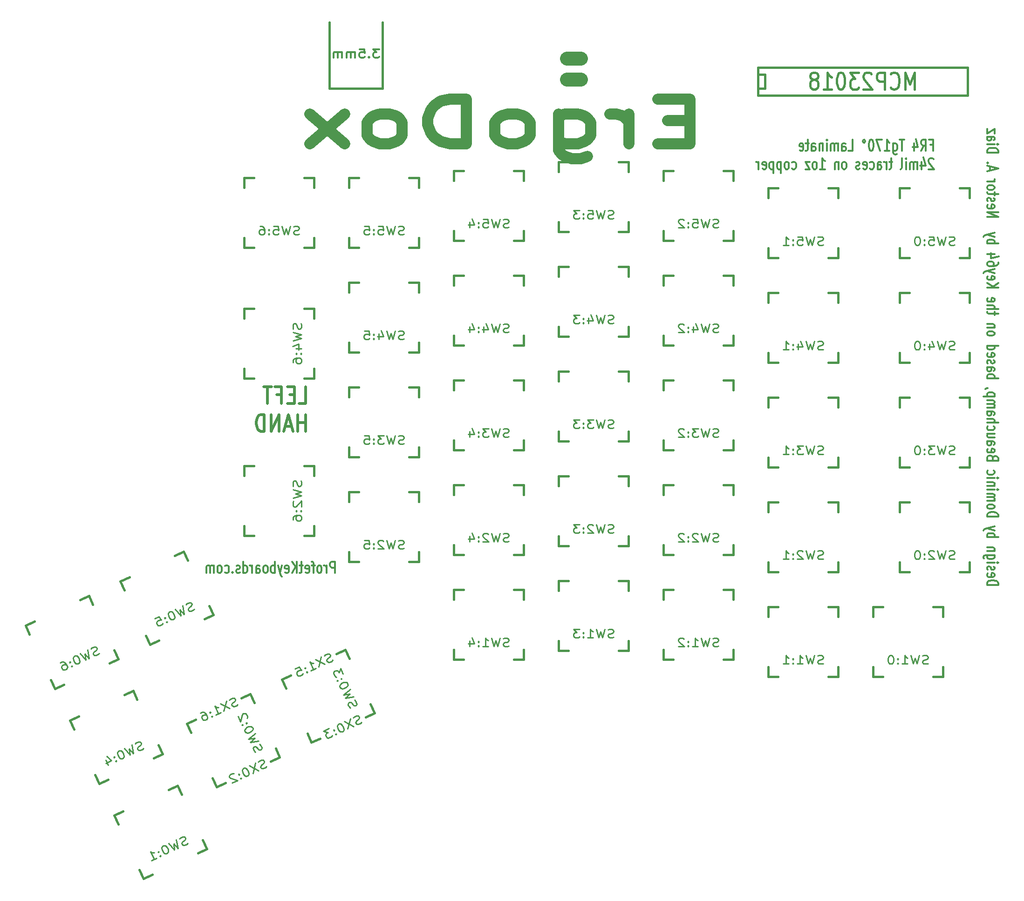
<source format=gbo>
G04 #@! TF.GenerationSoftware,KiCad,Pcbnew,5.1.5+dfsg1-2build2*
G04 #@! TF.CreationDate,2020-10-19T17:35:12+03:00*
G04 #@! TF.ProjectId,ErgoDOX,4572676f-444f-4582-9e6b-696361645f70,rev?*
G04 #@! TF.SameCoordinates,Original*
G04 #@! TF.FileFunction,Legend,Bot*
G04 #@! TF.FilePolarity,Positive*
%FSLAX46Y46*%
G04 Gerber Fmt 4.6, Leading zero omitted, Abs format (unit mm)*
G04 Created by KiCad (PCBNEW 5.1.5+dfsg1-2build2) date 2020-10-19 17:35:12*
%MOMM*%
%LPD*%
G04 APERTURE LIST*
%ADD10C,0.304800*%
%ADD11C,2.032000*%
%ADD12C,0.508000*%
%ADD13C,2.540000*%
%ADD14C,0.381000*%
%ADD15C,0.457200*%
%ADD16C,0.254000*%
G04 APERTURE END LIST*
D10*
X82477714Y-130649238D02*
X82477714Y-128617238D01*
X81897142Y-128617238D01*
X81752000Y-128714000D01*
X81679428Y-128810761D01*
X81606857Y-129004285D01*
X81606857Y-129294571D01*
X81679428Y-129488095D01*
X81752000Y-129584857D01*
X81897142Y-129681619D01*
X82477714Y-129681619D01*
X80953714Y-130649238D02*
X80953714Y-129294571D01*
X80953714Y-129681619D02*
X80881142Y-129488095D01*
X80808571Y-129391333D01*
X80663428Y-129294571D01*
X80518285Y-129294571D01*
X79792571Y-130649238D02*
X79937714Y-130552476D01*
X80010285Y-130455714D01*
X80082857Y-130262190D01*
X80082857Y-129681619D01*
X80010285Y-129488095D01*
X79937714Y-129391333D01*
X79792571Y-129294571D01*
X79574857Y-129294571D01*
X79429714Y-129391333D01*
X79357142Y-129488095D01*
X79284571Y-129681619D01*
X79284571Y-130262190D01*
X79357142Y-130455714D01*
X79429714Y-130552476D01*
X79574857Y-130649238D01*
X79792571Y-130649238D01*
X78849142Y-129294571D02*
X78268571Y-129294571D01*
X78631428Y-130649238D02*
X78631428Y-128907523D01*
X78558857Y-128714000D01*
X78413714Y-128617238D01*
X78268571Y-128617238D01*
X77180000Y-130552476D02*
X77325142Y-130649238D01*
X77615428Y-130649238D01*
X77760571Y-130552476D01*
X77833142Y-130358952D01*
X77833142Y-129584857D01*
X77760571Y-129391333D01*
X77615428Y-129294571D01*
X77325142Y-129294571D01*
X77180000Y-129391333D01*
X77107428Y-129584857D01*
X77107428Y-129778380D01*
X77833142Y-129971904D01*
X76672000Y-129294571D02*
X76091428Y-129294571D01*
X76454285Y-128617238D02*
X76454285Y-130358952D01*
X76381714Y-130552476D01*
X76236571Y-130649238D01*
X76091428Y-130649238D01*
X75583428Y-130649238D02*
X75583428Y-128617238D01*
X74712571Y-130649238D02*
X75365714Y-129488095D01*
X74712571Y-128617238D02*
X75583428Y-129778380D01*
X73478857Y-130552476D02*
X73624000Y-130649238D01*
X73914285Y-130649238D01*
X74059428Y-130552476D01*
X74132000Y-130358952D01*
X74132000Y-129584857D01*
X74059428Y-129391333D01*
X73914285Y-129294571D01*
X73624000Y-129294571D01*
X73478857Y-129391333D01*
X73406285Y-129584857D01*
X73406285Y-129778380D01*
X74132000Y-129971904D01*
X72898285Y-129294571D02*
X72535428Y-130649238D01*
X72172571Y-129294571D02*
X72535428Y-130649238D01*
X72680571Y-131133047D01*
X72753142Y-131229809D01*
X72898285Y-131326571D01*
X71592000Y-130649238D02*
X71592000Y-128617238D01*
X71592000Y-129391333D02*
X71446857Y-129294571D01*
X71156571Y-129294571D01*
X71011428Y-129391333D01*
X70938857Y-129488095D01*
X70866285Y-129681619D01*
X70866285Y-130262190D01*
X70938857Y-130455714D01*
X71011428Y-130552476D01*
X71156571Y-130649238D01*
X71446857Y-130649238D01*
X71592000Y-130552476D01*
X69995428Y-130649238D02*
X70140571Y-130552476D01*
X70213142Y-130455714D01*
X70285714Y-130262190D01*
X70285714Y-129681619D01*
X70213142Y-129488095D01*
X70140571Y-129391333D01*
X69995428Y-129294571D01*
X69777714Y-129294571D01*
X69632571Y-129391333D01*
X69560000Y-129488095D01*
X69487428Y-129681619D01*
X69487428Y-130262190D01*
X69560000Y-130455714D01*
X69632571Y-130552476D01*
X69777714Y-130649238D01*
X69995428Y-130649238D01*
X68181142Y-130649238D02*
X68181142Y-129584857D01*
X68253714Y-129391333D01*
X68398857Y-129294571D01*
X68689142Y-129294571D01*
X68834285Y-129391333D01*
X68181142Y-130552476D02*
X68326285Y-130649238D01*
X68689142Y-130649238D01*
X68834285Y-130552476D01*
X68906857Y-130358952D01*
X68906857Y-130165428D01*
X68834285Y-129971904D01*
X68689142Y-129875142D01*
X68326285Y-129875142D01*
X68181142Y-129778380D01*
X67455428Y-130649238D02*
X67455428Y-129294571D01*
X67455428Y-129681619D02*
X67382857Y-129488095D01*
X67310285Y-129391333D01*
X67165142Y-129294571D01*
X67020000Y-129294571D01*
X65858857Y-130649238D02*
X65858857Y-128617238D01*
X65858857Y-130552476D02*
X66004000Y-130649238D01*
X66294285Y-130649238D01*
X66439428Y-130552476D01*
X66512000Y-130455714D01*
X66584571Y-130262190D01*
X66584571Y-129681619D01*
X66512000Y-129488095D01*
X66439428Y-129391333D01*
X66294285Y-129294571D01*
X66004000Y-129294571D01*
X65858857Y-129391333D01*
X65205714Y-130552476D02*
X65060571Y-130649238D01*
X64770285Y-130649238D01*
X64625142Y-130552476D01*
X64552571Y-130358952D01*
X64552571Y-130262190D01*
X64625142Y-130068666D01*
X64770285Y-129971904D01*
X64988000Y-129971904D01*
X65133142Y-129875142D01*
X65205714Y-129681619D01*
X65205714Y-129584857D01*
X65133142Y-129391333D01*
X64988000Y-129294571D01*
X64770285Y-129294571D01*
X64625142Y-129391333D01*
X63899428Y-130455714D02*
X63826857Y-130552476D01*
X63899428Y-130649238D01*
X63972000Y-130552476D01*
X63899428Y-130455714D01*
X63899428Y-130649238D01*
X62520571Y-130552476D02*
X62665714Y-130649238D01*
X62956000Y-130649238D01*
X63101142Y-130552476D01*
X63173714Y-130455714D01*
X63246285Y-130262190D01*
X63246285Y-129681619D01*
X63173714Y-129488095D01*
X63101142Y-129391333D01*
X62956000Y-129294571D01*
X62665714Y-129294571D01*
X62520571Y-129391333D01*
X61649714Y-130649238D02*
X61794857Y-130552476D01*
X61867428Y-130455714D01*
X61940000Y-130262190D01*
X61940000Y-129681619D01*
X61867428Y-129488095D01*
X61794857Y-129391333D01*
X61649714Y-129294571D01*
X61432000Y-129294571D01*
X61286857Y-129391333D01*
X61214285Y-129488095D01*
X61141714Y-129681619D01*
X61141714Y-130262190D01*
X61214285Y-130455714D01*
X61286857Y-130552476D01*
X61432000Y-130649238D01*
X61649714Y-130649238D01*
X60488571Y-130649238D02*
X60488571Y-129294571D01*
X60488571Y-129488095D02*
X60416000Y-129391333D01*
X60270857Y-129294571D01*
X60053142Y-129294571D01*
X59908000Y-129391333D01*
X59835428Y-129584857D01*
X59835428Y-130649238D01*
X59835428Y-129584857D02*
X59762857Y-129391333D01*
X59617714Y-129294571D01*
X59400000Y-129294571D01*
X59254857Y-129391333D01*
X59182285Y-129584857D01*
X59182285Y-130649238D01*
D11*
X146993428Y-48314428D02*
X142929428Y-48314428D01*
X141187714Y-52571952D02*
X146993428Y-52571952D01*
X146993428Y-44443952D01*
X141187714Y-44443952D01*
X135962571Y-52571952D02*
X135962571Y-47153285D01*
X135962571Y-48701476D02*
X135382000Y-47927380D01*
X134801428Y-47540333D01*
X133640285Y-47153285D01*
X132479142Y-47153285D01*
X123190000Y-47153285D02*
X123190000Y-53733095D01*
X123770571Y-54507190D01*
X124351142Y-54894238D01*
X125512285Y-55281285D01*
X127254000Y-55281285D01*
X128415142Y-54894238D01*
X123190000Y-52184904D02*
X124351142Y-52571952D01*
X126673428Y-52571952D01*
X127834571Y-52184904D01*
X128415142Y-51797857D01*
X128995714Y-51023761D01*
X128995714Y-48701476D01*
X128415142Y-47927380D01*
X127834571Y-47540333D01*
X126673428Y-47153285D01*
X124351142Y-47153285D01*
X123190000Y-47540333D01*
X115642571Y-52571952D02*
X116803714Y-52184904D01*
X117384285Y-51797857D01*
X117964857Y-51023761D01*
X117964857Y-48701476D01*
X117384285Y-47927380D01*
X116803714Y-47540333D01*
X115642571Y-47153285D01*
X113900857Y-47153285D01*
X112739714Y-47540333D01*
X112159142Y-47927380D01*
X111578571Y-48701476D01*
X111578571Y-51023761D01*
X112159142Y-51797857D01*
X112739714Y-52184904D01*
X113900857Y-52571952D01*
X115642571Y-52571952D01*
X106353428Y-52571952D02*
X106353428Y-44443952D01*
X103450571Y-44443952D01*
X101708857Y-44831000D01*
X100547714Y-45605095D01*
X99967142Y-46379190D01*
X99386571Y-47927380D01*
X99386571Y-49088523D01*
X99967142Y-50636714D01*
X100547714Y-51410809D01*
X101708857Y-52184904D01*
X103450571Y-52571952D01*
X106353428Y-52571952D01*
X92419714Y-52571952D02*
X93580857Y-52184904D01*
X94161428Y-51797857D01*
X94742000Y-51023761D01*
X94742000Y-48701476D01*
X94161428Y-47927380D01*
X93580857Y-47540333D01*
X92419714Y-47153285D01*
X90678000Y-47153285D01*
X89516857Y-47540333D01*
X88936285Y-47927380D01*
X88355714Y-48701476D01*
X88355714Y-51023761D01*
X88936285Y-51797857D01*
X89516857Y-52184904D01*
X90678000Y-52571952D01*
X92419714Y-52571952D01*
X84291714Y-52571952D02*
X77905428Y-47153285D01*
X84291714Y-47153285D02*
X77905428Y-52571952D01*
D12*
X75960514Y-99803857D02*
X77170038Y-99803857D01*
X77170038Y-96755857D01*
X75113847Y-98207285D02*
X74267180Y-98207285D01*
X73904323Y-99803857D02*
X75113847Y-99803857D01*
X75113847Y-96755857D01*
X73904323Y-96755857D01*
X71969085Y-98207285D02*
X72815752Y-98207285D01*
X72815752Y-99803857D02*
X72815752Y-96755857D01*
X71606228Y-96755857D01*
X71001466Y-96755857D02*
X69550038Y-96755857D01*
X70275752Y-99803857D02*
X70275752Y-96755857D01*
X77170038Y-104883857D02*
X77170038Y-101835857D01*
X77170038Y-103287285D02*
X75718609Y-103287285D01*
X75718609Y-104883857D02*
X75718609Y-101835857D01*
X74630038Y-104013000D02*
X73420514Y-104013000D01*
X74871942Y-104883857D02*
X74025276Y-101835857D01*
X73178609Y-104883857D01*
X72331942Y-104883857D02*
X72331942Y-101835857D01*
X70880514Y-104883857D01*
X70880514Y-101835857D01*
X69670990Y-104883857D02*
X69670990Y-101835857D01*
X69066228Y-101835857D01*
X68703371Y-101981000D01*
X68461466Y-102271285D01*
X68340514Y-102561571D01*
X68219561Y-103142142D01*
X68219561Y-103577571D01*
X68340514Y-104158142D01*
X68461466Y-104448428D01*
X68703371Y-104738714D01*
X69066228Y-104883857D01*
X69670990Y-104883857D01*
D10*
X190701022Y-52788457D02*
X191209022Y-52788457D01*
X191209022Y-53852838D02*
X191209022Y-51820838D01*
X190483308Y-51820838D01*
X189031880Y-53852838D02*
X189539880Y-52885219D01*
X189902737Y-53852838D02*
X189902737Y-51820838D01*
X189322165Y-51820838D01*
X189177022Y-51917600D01*
X189104451Y-52014361D01*
X189031880Y-52207885D01*
X189031880Y-52498171D01*
X189104451Y-52691695D01*
X189177022Y-52788457D01*
X189322165Y-52885219D01*
X189902737Y-52885219D01*
X187725594Y-52498171D02*
X187725594Y-53852838D01*
X188088451Y-51724076D02*
X188451308Y-53175504D01*
X187507880Y-53175504D01*
X185983880Y-51820838D02*
X185113022Y-51820838D01*
X185548451Y-53852838D02*
X185548451Y-51820838D01*
X183951880Y-52498171D02*
X183951880Y-54143123D01*
X184024451Y-54336647D01*
X184097022Y-54433409D01*
X184242165Y-54530171D01*
X184459880Y-54530171D01*
X184605022Y-54433409D01*
X183951880Y-53756076D02*
X184097022Y-53852838D01*
X184387308Y-53852838D01*
X184532451Y-53756076D01*
X184605022Y-53659314D01*
X184677594Y-53465790D01*
X184677594Y-52885219D01*
X184605022Y-52691695D01*
X184532451Y-52594933D01*
X184387308Y-52498171D01*
X184097022Y-52498171D01*
X183951880Y-52594933D01*
X182427880Y-53852838D02*
X183298737Y-53852838D01*
X182863308Y-53852838D02*
X182863308Y-51820838D01*
X183008451Y-52111123D01*
X183153594Y-52304647D01*
X183298737Y-52401409D01*
X181919880Y-51820838D02*
X180903880Y-51820838D01*
X181557022Y-53852838D01*
X180033022Y-51820838D02*
X179887880Y-51820838D01*
X179742737Y-51917600D01*
X179670165Y-52014361D01*
X179597594Y-52207885D01*
X179525022Y-52594933D01*
X179525022Y-53078742D01*
X179597594Y-53465790D01*
X179670165Y-53659314D01*
X179742737Y-53756076D01*
X179887880Y-53852838D01*
X180033022Y-53852838D01*
X180178165Y-53756076D01*
X180250737Y-53659314D01*
X180323308Y-53465790D01*
X180395880Y-53078742D01*
X180395880Y-52594933D01*
X180323308Y-52207885D01*
X180250737Y-52014361D01*
X180178165Y-51917600D01*
X180033022Y-51820838D01*
X178654165Y-51820838D02*
X178799308Y-51917600D01*
X178871880Y-52111123D01*
X178799308Y-52304647D01*
X178654165Y-52401409D01*
X178509022Y-52304647D01*
X178436451Y-52111123D01*
X178509022Y-51917600D01*
X178654165Y-51820838D01*
X175823880Y-53852838D02*
X176549594Y-53852838D01*
X176549594Y-51820838D01*
X174662737Y-53852838D02*
X174662737Y-52788457D01*
X174735308Y-52594933D01*
X174880451Y-52498171D01*
X175170737Y-52498171D01*
X175315880Y-52594933D01*
X174662737Y-53756076D02*
X174807880Y-53852838D01*
X175170737Y-53852838D01*
X175315880Y-53756076D01*
X175388451Y-53562552D01*
X175388451Y-53369028D01*
X175315880Y-53175504D01*
X175170737Y-53078742D01*
X174807880Y-53078742D01*
X174662737Y-52981980D01*
X173937022Y-53852838D02*
X173937022Y-52498171D01*
X173937022Y-52691695D02*
X173864451Y-52594933D01*
X173719308Y-52498171D01*
X173501594Y-52498171D01*
X173356451Y-52594933D01*
X173283880Y-52788457D01*
X173283880Y-53852838D01*
X173283880Y-52788457D02*
X173211308Y-52594933D01*
X173066165Y-52498171D01*
X172848451Y-52498171D01*
X172703308Y-52594933D01*
X172630737Y-52788457D01*
X172630737Y-53852838D01*
X171905022Y-53852838D02*
X171905022Y-52498171D01*
X171905022Y-51820838D02*
X171977594Y-51917600D01*
X171905022Y-52014361D01*
X171832451Y-51917600D01*
X171905022Y-51820838D01*
X171905022Y-52014361D01*
X171179308Y-52498171D02*
X171179308Y-53852838D01*
X171179308Y-52691695D02*
X171106737Y-52594933D01*
X170961594Y-52498171D01*
X170743880Y-52498171D01*
X170598737Y-52594933D01*
X170526165Y-52788457D01*
X170526165Y-53852838D01*
X169147308Y-53852838D02*
X169147308Y-52788457D01*
X169219880Y-52594933D01*
X169365022Y-52498171D01*
X169655308Y-52498171D01*
X169800451Y-52594933D01*
X169147308Y-53756076D02*
X169292451Y-53852838D01*
X169655308Y-53852838D01*
X169800451Y-53756076D01*
X169873022Y-53562552D01*
X169873022Y-53369028D01*
X169800451Y-53175504D01*
X169655308Y-53078742D01*
X169292451Y-53078742D01*
X169147308Y-52981980D01*
X168639308Y-52498171D02*
X168058737Y-52498171D01*
X168421594Y-51820838D02*
X168421594Y-53562552D01*
X168349022Y-53756076D01*
X168203880Y-53852838D01*
X168058737Y-53852838D01*
X166970165Y-53756076D02*
X167115308Y-53852838D01*
X167405594Y-53852838D01*
X167550737Y-53756076D01*
X167623308Y-53562552D01*
X167623308Y-52788457D01*
X167550737Y-52594933D01*
X167405594Y-52498171D01*
X167115308Y-52498171D01*
X166970165Y-52594933D01*
X166897594Y-52788457D01*
X166897594Y-52981980D01*
X167623308Y-53175504D01*
X191281594Y-55367161D02*
X191209022Y-55270400D01*
X191063880Y-55173638D01*
X190701022Y-55173638D01*
X190555880Y-55270400D01*
X190483308Y-55367161D01*
X190410737Y-55560685D01*
X190410737Y-55754209D01*
X190483308Y-56044495D01*
X191354165Y-57205638D01*
X190410737Y-57205638D01*
X189104451Y-55850971D02*
X189104451Y-57205638D01*
X189467308Y-55076876D02*
X189830165Y-56528304D01*
X188886737Y-56528304D01*
X188306165Y-57205638D02*
X188306165Y-55850971D01*
X188306165Y-56044495D02*
X188233594Y-55947733D01*
X188088451Y-55850971D01*
X187870737Y-55850971D01*
X187725594Y-55947733D01*
X187653022Y-56141257D01*
X187653022Y-57205638D01*
X187653022Y-56141257D02*
X187580451Y-55947733D01*
X187435308Y-55850971D01*
X187217594Y-55850971D01*
X187072451Y-55947733D01*
X186999880Y-56141257D01*
X186999880Y-57205638D01*
X186274165Y-57205638D02*
X186274165Y-55850971D01*
X186274165Y-55173638D02*
X186346737Y-55270400D01*
X186274165Y-55367161D01*
X186201594Y-55270400D01*
X186274165Y-55173638D01*
X186274165Y-55367161D01*
X185330737Y-57205638D02*
X185475880Y-57108876D01*
X185548451Y-56915352D01*
X185548451Y-55173638D01*
X183806737Y-55850971D02*
X183226165Y-55850971D01*
X183589022Y-55173638D02*
X183589022Y-56915352D01*
X183516451Y-57108876D01*
X183371308Y-57205638D01*
X183226165Y-57205638D01*
X182718165Y-57205638D02*
X182718165Y-55850971D01*
X182718165Y-56238019D02*
X182645594Y-56044495D01*
X182573022Y-55947733D01*
X182427880Y-55850971D01*
X182282737Y-55850971D01*
X181121594Y-57205638D02*
X181121594Y-56141257D01*
X181194165Y-55947733D01*
X181339308Y-55850971D01*
X181629594Y-55850971D01*
X181774737Y-55947733D01*
X181121594Y-57108876D02*
X181266737Y-57205638D01*
X181629594Y-57205638D01*
X181774737Y-57108876D01*
X181847308Y-56915352D01*
X181847308Y-56721828D01*
X181774737Y-56528304D01*
X181629594Y-56431542D01*
X181266737Y-56431542D01*
X181121594Y-56334780D01*
X179742737Y-57108876D02*
X179887880Y-57205638D01*
X180178165Y-57205638D01*
X180323308Y-57108876D01*
X180395880Y-57012114D01*
X180468451Y-56818590D01*
X180468451Y-56238019D01*
X180395880Y-56044495D01*
X180323308Y-55947733D01*
X180178165Y-55850971D01*
X179887880Y-55850971D01*
X179742737Y-55947733D01*
X178509022Y-57108876D02*
X178654165Y-57205638D01*
X178944451Y-57205638D01*
X179089594Y-57108876D01*
X179162165Y-56915352D01*
X179162165Y-56141257D01*
X179089594Y-55947733D01*
X178944451Y-55850971D01*
X178654165Y-55850971D01*
X178509022Y-55947733D01*
X178436451Y-56141257D01*
X178436451Y-56334780D01*
X179162165Y-56528304D01*
X177855880Y-57108876D02*
X177710737Y-57205638D01*
X177420451Y-57205638D01*
X177275308Y-57108876D01*
X177202737Y-56915352D01*
X177202737Y-56818590D01*
X177275308Y-56625066D01*
X177420451Y-56528304D01*
X177638165Y-56528304D01*
X177783308Y-56431542D01*
X177855880Y-56238019D01*
X177855880Y-56141257D01*
X177783308Y-55947733D01*
X177638165Y-55850971D01*
X177420451Y-55850971D01*
X177275308Y-55947733D01*
X175170737Y-57205638D02*
X175315880Y-57108876D01*
X175388451Y-57012114D01*
X175461022Y-56818590D01*
X175461022Y-56238019D01*
X175388451Y-56044495D01*
X175315880Y-55947733D01*
X175170737Y-55850971D01*
X174953022Y-55850971D01*
X174807880Y-55947733D01*
X174735308Y-56044495D01*
X174662737Y-56238019D01*
X174662737Y-56818590D01*
X174735308Y-57012114D01*
X174807880Y-57108876D01*
X174953022Y-57205638D01*
X175170737Y-57205638D01*
X174009594Y-55850971D02*
X174009594Y-57205638D01*
X174009594Y-56044495D02*
X173937022Y-55947733D01*
X173791880Y-55850971D01*
X173574165Y-55850971D01*
X173429022Y-55947733D01*
X173356451Y-56141257D01*
X173356451Y-57205638D01*
X170671308Y-57205638D02*
X171542165Y-57205638D01*
X171106737Y-57205638D02*
X171106737Y-55173638D01*
X171251880Y-55463923D01*
X171397022Y-55657447D01*
X171542165Y-55754209D01*
X169800451Y-57205638D02*
X169945594Y-57108876D01*
X170018165Y-57012114D01*
X170090737Y-56818590D01*
X170090737Y-56238019D01*
X170018165Y-56044495D01*
X169945594Y-55947733D01*
X169800451Y-55850971D01*
X169582737Y-55850971D01*
X169437594Y-55947733D01*
X169365022Y-56044495D01*
X169292451Y-56238019D01*
X169292451Y-56818590D01*
X169365022Y-57012114D01*
X169437594Y-57108876D01*
X169582737Y-57205638D01*
X169800451Y-57205638D01*
X168784451Y-55850971D02*
X167986165Y-55850971D01*
X168784451Y-57205638D01*
X167986165Y-57205638D01*
X165591308Y-57108876D02*
X165736451Y-57205638D01*
X166026737Y-57205638D01*
X166171880Y-57108876D01*
X166244451Y-57012114D01*
X166317022Y-56818590D01*
X166317022Y-56238019D01*
X166244451Y-56044495D01*
X166171880Y-55947733D01*
X166026737Y-55850971D01*
X165736451Y-55850971D01*
X165591308Y-55947733D01*
X164720451Y-57205638D02*
X164865594Y-57108876D01*
X164938165Y-57012114D01*
X165010737Y-56818590D01*
X165010737Y-56238019D01*
X164938165Y-56044495D01*
X164865594Y-55947733D01*
X164720451Y-55850971D01*
X164502737Y-55850971D01*
X164357594Y-55947733D01*
X164285022Y-56044495D01*
X164212451Y-56238019D01*
X164212451Y-56818590D01*
X164285022Y-57012114D01*
X164357594Y-57108876D01*
X164502737Y-57205638D01*
X164720451Y-57205638D01*
X163559308Y-55850971D02*
X163559308Y-57882971D01*
X163559308Y-55947733D02*
X163414165Y-55850971D01*
X163123880Y-55850971D01*
X162978737Y-55947733D01*
X162906165Y-56044495D01*
X162833594Y-56238019D01*
X162833594Y-56818590D01*
X162906165Y-57012114D01*
X162978737Y-57108876D01*
X163123880Y-57205638D01*
X163414165Y-57205638D01*
X163559308Y-57108876D01*
X162180451Y-55850971D02*
X162180451Y-57882971D01*
X162180451Y-55947733D02*
X162035308Y-55850971D01*
X161745022Y-55850971D01*
X161599880Y-55947733D01*
X161527308Y-56044495D01*
X161454737Y-56238019D01*
X161454737Y-56818590D01*
X161527308Y-57012114D01*
X161599880Y-57108876D01*
X161745022Y-57205638D01*
X162035308Y-57205638D01*
X162180451Y-57108876D01*
X160221022Y-57108876D02*
X160366165Y-57205638D01*
X160656451Y-57205638D01*
X160801594Y-57108876D01*
X160874165Y-56915352D01*
X160874165Y-56141257D01*
X160801594Y-55947733D01*
X160656451Y-55850971D01*
X160366165Y-55850971D01*
X160221022Y-55947733D01*
X160148451Y-56141257D01*
X160148451Y-56334780D01*
X160874165Y-56528304D01*
X159495308Y-57205638D02*
X159495308Y-55850971D01*
X159495308Y-56238019D02*
X159422737Y-56044495D01*
X159350165Y-55947733D01*
X159205022Y-55850971D01*
X159059880Y-55850971D01*
X201010761Y-132841999D02*
X203042761Y-132841999D01*
X203042761Y-132479142D01*
X202946000Y-132261428D01*
X202752476Y-132116285D01*
X202558952Y-132043714D01*
X202171904Y-131971142D01*
X201881619Y-131971142D01*
X201494571Y-132043714D01*
X201301047Y-132116285D01*
X201107523Y-132261428D01*
X201010761Y-132479142D01*
X201010761Y-132841999D01*
X201107523Y-130737428D02*
X201010761Y-130882571D01*
X201010761Y-131172857D01*
X201107523Y-131317999D01*
X201301047Y-131390571D01*
X202075142Y-131390571D01*
X202268666Y-131317999D01*
X202365428Y-131172857D01*
X202365428Y-130882571D01*
X202268666Y-130737428D01*
X202075142Y-130664857D01*
X201881619Y-130664857D01*
X201688095Y-131390571D01*
X201107523Y-130084285D02*
X201010761Y-129939142D01*
X201010761Y-129648857D01*
X201107523Y-129503714D01*
X201301047Y-129431142D01*
X201397809Y-129431142D01*
X201591333Y-129503714D01*
X201688095Y-129648857D01*
X201688095Y-129866571D01*
X201784857Y-130011714D01*
X201978380Y-130084285D01*
X202075142Y-130084285D01*
X202268666Y-130011714D01*
X202365428Y-129866571D01*
X202365428Y-129648857D01*
X202268666Y-129503714D01*
X201010761Y-128777999D02*
X202365428Y-128777999D01*
X203042761Y-128777999D02*
X202946000Y-128850571D01*
X202849238Y-128777999D01*
X202946000Y-128705428D01*
X203042761Y-128777999D01*
X202849238Y-128777999D01*
X202365428Y-127399142D02*
X200720476Y-127399142D01*
X200526952Y-127471714D01*
X200430190Y-127544285D01*
X200333428Y-127689428D01*
X200333428Y-127907142D01*
X200430190Y-128052285D01*
X201107523Y-127399142D02*
X201010761Y-127544285D01*
X201010761Y-127834571D01*
X201107523Y-127979714D01*
X201204285Y-128052285D01*
X201397809Y-128124857D01*
X201978380Y-128124857D01*
X202171904Y-128052285D01*
X202268666Y-127979714D01*
X202365428Y-127834571D01*
X202365428Y-127544285D01*
X202268666Y-127399142D01*
X202365428Y-126673428D02*
X201010761Y-126673428D01*
X202171904Y-126673428D02*
X202268666Y-126600857D01*
X202365428Y-126455714D01*
X202365428Y-126237999D01*
X202268666Y-126092857D01*
X202075142Y-126020285D01*
X201010761Y-126020285D01*
X201010761Y-124133428D02*
X203042761Y-124133428D01*
X202268666Y-124133428D02*
X202365428Y-123988285D01*
X202365428Y-123697999D01*
X202268666Y-123552857D01*
X202171904Y-123480285D01*
X201978380Y-123407714D01*
X201397809Y-123407714D01*
X201204285Y-123480285D01*
X201107523Y-123552857D01*
X201010761Y-123697999D01*
X201010761Y-123988285D01*
X201107523Y-124133428D01*
X202365428Y-122899714D02*
X201010761Y-122536857D01*
X202365428Y-122173999D02*
X201010761Y-122536857D01*
X200526952Y-122681999D01*
X200430190Y-122754571D01*
X200333428Y-122899714D01*
X201010761Y-120432285D02*
X203042761Y-120432285D01*
X203042761Y-120069428D01*
X202946000Y-119851714D01*
X202752476Y-119706571D01*
X202558952Y-119634000D01*
X202171904Y-119561428D01*
X201881619Y-119561428D01*
X201494571Y-119634000D01*
X201301047Y-119706571D01*
X201107523Y-119851714D01*
X201010761Y-120069428D01*
X201010761Y-120432285D01*
X201010761Y-118690571D02*
X201107523Y-118835714D01*
X201204285Y-118908285D01*
X201397809Y-118980857D01*
X201978380Y-118980857D01*
X202171904Y-118908285D01*
X202268666Y-118835714D01*
X202365428Y-118690571D01*
X202365428Y-118472857D01*
X202268666Y-118327714D01*
X202171904Y-118255142D01*
X201978380Y-118182571D01*
X201397809Y-118182571D01*
X201204285Y-118255142D01*
X201107523Y-118327714D01*
X201010761Y-118472857D01*
X201010761Y-118690571D01*
X201010761Y-117529428D02*
X202365428Y-117529428D01*
X202171904Y-117529428D02*
X202268666Y-117456857D01*
X202365428Y-117311714D01*
X202365428Y-117093999D01*
X202268666Y-116948857D01*
X202075142Y-116876285D01*
X201010761Y-116876285D01*
X202075142Y-116876285D02*
X202268666Y-116803714D01*
X202365428Y-116658571D01*
X202365428Y-116440857D01*
X202268666Y-116295714D01*
X202075142Y-116223142D01*
X201010761Y-116223142D01*
X201010761Y-115497428D02*
X202365428Y-115497428D01*
X203042761Y-115497428D02*
X202946000Y-115569999D01*
X202849238Y-115497428D01*
X202946000Y-115424857D01*
X203042761Y-115497428D01*
X202849238Y-115497428D01*
X202365428Y-114771714D02*
X201010761Y-114771714D01*
X202171904Y-114771714D02*
X202268666Y-114699142D01*
X202365428Y-114553999D01*
X202365428Y-114336285D01*
X202268666Y-114191142D01*
X202075142Y-114118571D01*
X201010761Y-114118571D01*
X201010761Y-113392857D02*
X202365428Y-113392857D01*
X203042761Y-113392857D02*
X202946000Y-113465428D01*
X202849238Y-113392857D01*
X202946000Y-113320285D01*
X203042761Y-113392857D01*
X202849238Y-113392857D01*
X201107523Y-112013999D02*
X201010761Y-112159142D01*
X201010761Y-112449428D01*
X201107523Y-112594571D01*
X201204285Y-112667142D01*
X201397809Y-112739714D01*
X201978380Y-112739714D01*
X202171904Y-112667142D01*
X202268666Y-112594571D01*
X202365428Y-112449428D01*
X202365428Y-112159142D01*
X202268666Y-112013999D01*
X202075142Y-109691714D02*
X201978380Y-109473999D01*
X201881619Y-109401428D01*
X201688095Y-109328857D01*
X201397809Y-109328857D01*
X201204285Y-109401428D01*
X201107523Y-109473999D01*
X201010761Y-109619142D01*
X201010761Y-110199714D01*
X203042761Y-110199714D01*
X203042761Y-109691714D01*
X202946000Y-109546571D01*
X202849238Y-109473999D01*
X202655714Y-109401428D01*
X202462190Y-109401428D01*
X202268666Y-109473999D01*
X202171904Y-109546571D01*
X202075142Y-109691714D01*
X202075142Y-110199714D01*
X201107523Y-108095142D02*
X201010761Y-108240285D01*
X201010761Y-108530571D01*
X201107523Y-108675714D01*
X201301047Y-108748285D01*
X202075142Y-108748285D01*
X202268666Y-108675714D01*
X202365428Y-108530571D01*
X202365428Y-108240285D01*
X202268666Y-108095142D01*
X202075142Y-108022571D01*
X201881619Y-108022571D01*
X201688095Y-108748285D01*
X201010761Y-106716285D02*
X202075142Y-106716285D01*
X202268666Y-106788857D01*
X202365428Y-106933999D01*
X202365428Y-107224285D01*
X202268666Y-107369428D01*
X201107523Y-106716285D02*
X201010761Y-106861428D01*
X201010761Y-107224285D01*
X201107523Y-107369428D01*
X201301047Y-107441999D01*
X201494571Y-107441999D01*
X201688095Y-107369428D01*
X201784857Y-107224285D01*
X201784857Y-106861428D01*
X201881619Y-106716285D01*
X202365428Y-105337428D02*
X201010761Y-105337428D01*
X202365428Y-105990571D02*
X201301047Y-105990571D01*
X201107523Y-105917999D01*
X201010761Y-105772857D01*
X201010761Y-105555142D01*
X201107523Y-105409999D01*
X201204285Y-105337428D01*
X201107523Y-103958571D02*
X201010761Y-104103714D01*
X201010761Y-104393999D01*
X201107523Y-104539142D01*
X201204285Y-104611714D01*
X201397809Y-104684285D01*
X201978380Y-104684285D01*
X202171904Y-104611714D01*
X202268666Y-104539142D01*
X202365428Y-104393999D01*
X202365428Y-104103714D01*
X202268666Y-103958571D01*
X201010761Y-103305428D02*
X203042761Y-103305428D01*
X201010761Y-102652285D02*
X202075142Y-102652285D01*
X202268666Y-102724857D01*
X202365428Y-102869999D01*
X202365428Y-103087714D01*
X202268666Y-103232857D01*
X202171904Y-103305428D01*
X201010761Y-101273428D02*
X202075142Y-101273428D01*
X202268666Y-101345999D01*
X202365428Y-101491142D01*
X202365428Y-101781428D01*
X202268666Y-101926571D01*
X201107523Y-101273428D02*
X201010761Y-101418571D01*
X201010761Y-101781428D01*
X201107523Y-101926571D01*
X201301047Y-101999142D01*
X201494571Y-101999142D01*
X201688095Y-101926571D01*
X201784857Y-101781428D01*
X201784857Y-101418571D01*
X201881619Y-101273428D01*
X201010761Y-100547714D02*
X202365428Y-100547714D01*
X202171904Y-100547714D02*
X202268666Y-100475142D01*
X202365428Y-100329999D01*
X202365428Y-100112285D01*
X202268666Y-99967142D01*
X202075142Y-99894571D01*
X201010761Y-99894571D01*
X202075142Y-99894571D02*
X202268666Y-99821999D01*
X202365428Y-99676857D01*
X202365428Y-99459142D01*
X202268666Y-99313999D01*
X202075142Y-99241428D01*
X201010761Y-99241428D01*
X202365428Y-98515714D02*
X200333428Y-98515714D01*
X202268666Y-98515714D02*
X202365428Y-98370571D01*
X202365428Y-98080285D01*
X202268666Y-97935142D01*
X202171904Y-97862571D01*
X201978380Y-97789999D01*
X201397809Y-97789999D01*
X201204285Y-97862571D01*
X201107523Y-97935142D01*
X201010761Y-98080285D01*
X201010761Y-98370571D01*
X201107523Y-98515714D01*
X201107523Y-97064285D02*
X201010761Y-97064285D01*
X200817238Y-97136857D01*
X200720476Y-97209428D01*
X201010761Y-95249999D02*
X203042761Y-95249999D01*
X202268666Y-95249999D02*
X202365428Y-95104857D01*
X202365428Y-94814571D01*
X202268666Y-94669428D01*
X202171904Y-94596857D01*
X201978380Y-94524285D01*
X201397809Y-94524285D01*
X201204285Y-94596857D01*
X201107523Y-94669428D01*
X201010761Y-94814571D01*
X201010761Y-95104857D01*
X201107523Y-95249999D01*
X201010761Y-93217999D02*
X202075142Y-93217999D01*
X202268666Y-93290571D01*
X202365428Y-93435714D01*
X202365428Y-93725999D01*
X202268666Y-93871142D01*
X201107523Y-93217999D02*
X201010761Y-93363142D01*
X201010761Y-93725999D01*
X201107523Y-93871142D01*
X201301047Y-93943714D01*
X201494571Y-93943714D01*
X201688095Y-93871142D01*
X201784857Y-93725999D01*
X201784857Y-93363142D01*
X201881619Y-93217999D01*
X201107523Y-92564857D02*
X201010761Y-92419714D01*
X201010761Y-92129428D01*
X201107523Y-91984285D01*
X201301047Y-91911714D01*
X201397809Y-91911714D01*
X201591333Y-91984285D01*
X201688095Y-92129428D01*
X201688095Y-92347142D01*
X201784857Y-92492285D01*
X201978380Y-92564857D01*
X202075142Y-92564857D01*
X202268666Y-92492285D01*
X202365428Y-92347142D01*
X202365428Y-92129428D01*
X202268666Y-91984285D01*
X201107523Y-90677999D02*
X201010761Y-90823142D01*
X201010761Y-91113428D01*
X201107523Y-91258571D01*
X201301047Y-91331142D01*
X202075142Y-91331142D01*
X202268666Y-91258571D01*
X202365428Y-91113428D01*
X202365428Y-90823142D01*
X202268666Y-90677999D01*
X202075142Y-90605428D01*
X201881619Y-90605428D01*
X201688095Y-91331142D01*
X201010761Y-89299142D02*
X203042761Y-89299142D01*
X201107523Y-89299142D02*
X201010761Y-89444285D01*
X201010761Y-89734571D01*
X201107523Y-89879714D01*
X201204285Y-89952285D01*
X201397809Y-90024857D01*
X201978380Y-90024857D01*
X202171904Y-89952285D01*
X202268666Y-89879714D01*
X202365428Y-89734571D01*
X202365428Y-89444285D01*
X202268666Y-89299142D01*
X201010761Y-87194571D02*
X201107523Y-87339714D01*
X201204285Y-87412285D01*
X201397809Y-87484857D01*
X201978380Y-87484857D01*
X202171904Y-87412285D01*
X202268666Y-87339714D01*
X202365428Y-87194571D01*
X202365428Y-86976857D01*
X202268666Y-86831714D01*
X202171904Y-86759142D01*
X201978380Y-86686571D01*
X201397809Y-86686571D01*
X201204285Y-86759142D01*
X201107523Y-86831714D01*
X201010761Y-86976857D01*
X201010761Y-87194571D01*
X202365428Y-86033428D02*
X201010761Y-86033428D01*
X202171904Y-86033428D02*
X202268666Y-85960857D01*
X202365428Y-85815714D01*
X202365428Y-85597999D01*
X202268666Y-85452857D01*
X202075142Y-85380285D01*
X201010761Y-85380285D01*
X202365428Y-83711142D02*
X202365428Y-83130571D01*
X203042761Y-83493428D02*
X201301047Y-83493428D01*
X201107523Y-83420857D01*
X201010761Y-83275714D01*
X201010761Y-83130571D01*
X201010761Y-82622571D02*
X203042761Y-82622571D01*
X201010761Y-81969428D02*
X202075142Y-81969428D01*
X202268666Y-82041999D01*
X202365428Y-82187142D01*
X202365428Y-82404857D01*
X202268666Y-82549999D01*
X202171904Y-82622571D01*
X201107523Y-80663142D02*
X201010761Y-80808285D01*
X201010761Y-81098571D01*
X201107523Y-81243714D01*
X201301047Y-81316285D01*
X202075142Y-81316285D01*
X202268666Y-81243714D01*
X202365428Y-81098571D01*
X202365428Y-80808285D01*
X202268666Y-80663142D01*
X202075142Y-80590571D01*
X201881619Y-80590571D01*
X201688095Y-81316285D01*
X201010761Y-78776285D02*
X203042761Y-78776285D01*
X201010761Y-77905428D02*
X202171904Y-78558571D01*
X203042761Y-77905428D02*
X201881619Y-78776285D01*
X201107523Y-76671714D02*
X201010761Y-76816857D01*
X201010761Y-77107142D01*
X201107523Y-77252285D01*
X201301047Y-77324857D01*
X202075142Y-77324857D01*
X202268666Y-77252285D01*
X202365428Y-77107142D01*
X202365428Y-76816857D01*
X202268666Y-76671714D01*
X202075142Y-76599142D01*
X201881619Y-76599142D01*
X201688095Y-77324857D01*
X202365428Y-76091142D02*
X201010761Y-75728285D01*
X202365428Y-75365428D02*
X201010761Y-75728285D01*
X200526952Y-75873428D01*
X200430190Y-75946000D01*
X200333428Y-76091142D01*
X203042761Y-74131714D02*
X203042761Y-74421999D01*
X202946000Y-74567142D01*
X202849238Y-74639714D01*
X202558952Y-74784857D01*
X202171904Y-74857428D01*
X201397809Y-74857428D01*
X201204285Y-74784857D01*
X201107523Y-74712285D01*
X201010761Y-74567142D01*
X201010761Y-74276857D01*
X201107523Y-74131714D01*
X201204285Y-74059142D01*
X201397809Y-73986571D01*
X201881619Y-73986571D01*
X202075142Y-74059142D01*
X202171904Y-74131714D01*
X202268666Y-74276857D01*
X202268666Y-74567142D01*
X202171904Y-74712285D01*
X202075142Y-74784857D01*
X201881619Y-74857428D01*
X202365428Y-72680285D02*
X201010761Y-72680285D01*
X203139523Y-73043142D02*
X201688095Y-73406000D01*
X201688095Y-72462571D01*
X201010761Y-70720857D02*
X203042761Y-70720857D01*
X202268666Y-70720857D02*
X202365428Y-70575714D01*
X202365428Y-70285428D01*
X202268666Y-70140285D01*
X202171904Y-70067714D01*
X201978380Y-69995142D01*
X201397809Y-69995142D01*
X201204285Y-70067714D01*
X201107523Y-70140285D01*
X201010761Y-70285428D01*
X201010761Y-70575714D01*
X201107523Y-70720857D01*
X202365428Y-69487142D02*
X201010761Y-69124285D01*
X202365428Y-68761428D02*
X201010761Y-69124285D01*
X200526952Y-69269428D01*
X200430190Y-69342000D01*
X200333428Y-69487142D01*
X201010761Y-65858571D02*
X203042761Y-65858571D01*
X201010761Y-64987714D01*
X203042761Y-64987714D01*
X201107523Y-63681428D02*
X201010761Y-63826571D01*
X201010761Y-64116857D01*
X201107523Y-64261999D01*
X201301047Y-64334571D01*
X202075142Y-64334571D01*
X202268666Y-64261999D01*
X202365428Y-64116857D01*
X202365428Y-63826571D01*
X202268666Y-63681428D01*
X202075142Y-63608857D01*
X201881619Y-63608857D01*
X201688095Y-64334571D01*
X201107523Y-63028285D02*
X201010761Y-62883142D01*
X201010761Y-62592857D01*
X201107523Y-62447714D01*
X201301047Y-62375142D01*
X201397809Y-62375142D01*
X201591333Y-62447714D01*
X201688095Y-62592857D01*
X201688095Y-62810571D01*
X201784857Y-62955714D01*
X201978380Y-63028285D01*
X202075142Y-63028285D01*
X202268666Y-62955714D01*
X202365428Y-62810571D01*
X202365428Y-62592857D01*
X202268666Y-62447714D01*
X202365428Y-61939714D02*
X202365428Y-61359142D01*
X203042761Y-61721999D02*
X201301047Y-61721999D01*
X201107523Y-61649428D01*
X201010761Y-61504285D01*
X201010761Y-61359142D01*
X201010761Y-60633428D02*
X201107523Y-60778571D01*
X201204285Y-60851142D01*
X201397809Y-60923714D01*
X201978380Y-60923714D01*
X202171904Y-60851142D01*
X202268666Y-60778571D01*
X202365428Y-60633428D01*
X202365428Y-60415714D01*
X202268666Y-60270571D01*
X202171904Y-60197999D01*
X201978380Y-60125428D01*
X201397809Y-60125428D01*
X201204285Y-60197999D01*
X201107523Y-60270571D01*
X201010761Y-60415714D01*
X201010761Y-60633428D01*
X201010761Y-59472285D02*
X202365428Y-59472285D01*
X201978380Y-59472285D02*
X202171904Y-59399714D01*
X202268666Y-59327142D01*
X202365428Y-59181999D01*
X202365428Y-59036857D01*
X201591333Y-57440285D02*
X201591333Y-56714571D01*
X201010761Y-57585428D02*
X203042761Y-57077428D01*
X201010761Y-56569428D01*
X201204285Y-56061428D02*
X201107523Y-55988857D01*
X201010761Y-56061428D01*
X201107523Y-56133999D01*
X201204285Y-56061428D01*
X201010761Y-56061428D01*
X201010761Y-54174571D02*
X203042761Y-54174571D01*
X203042761Y-53811714D01*
X202946000Y-53593999D01*
X202752476Y-53448857D01*
X202558952Y-53376285D01*
X202171904Y-53303714D01*
X201881619Y-53303714D01*
X201494571Y-53376285D01*
X201301047Y-53448857D01*
X201107523Y-53593999D01*
X201010761Y-53811714D01*
X201010761Y-54174571D01*
X201010761Y-52650571D02*
X202365428Y-52650571D01*
X203042761Y-52650571D02*
X202946000Y-52723142D01*
X202849238Y-52650571D01*
X202946000Y-52577999D01*
X203042761Y-52650571D01*
X202849238Y-52650571D01*
X201010761Y-51271714D02*
X202075142Y-51271714D01*
X202268666Y-51344285D01*
X202365428Y-51489428D01*
X202365428Y-51779714D01*
X202268666Y-51924857D01*
X201107523Y-51271714D02*
X201010761Y-51416857D01*
X201010761Y-51779714D01*
X201107523Y-51924857D01*
X201301047Y-51997428D01*
X201494571Y-51997428D01*
X201688095Y-51924857D01*
X201784857Y-51779714D01*
X201784857Y-51416857D01*
X201881619Y-51271714D01*
X202365428Y-50691142D02*
X202365428Y-49892857D01*
X201010761Y-50691142D01*
X201010761Y-49892857D01*
D13*
X127254000Y-40894000D02*
X124714000Y-40894000D01*
D14*
X159385000Y-43815000D02*
X197485000Y-43815000D01*
X197485000Y-43815000D02*
X197485000Y-38735000D01*
X197485000Y-38735000D02*
X159385000Y-38735000D01*
X159385000Y-38735000D02*
X159385000Y-43815000D01*
X159385000Y-42545000D02*
X160655000Y-42545000D01*
X160655000Y-42545000D02*
X160655000Y-40005000D01*
X160655000Y-40005000D02*
X159385000Y-40005000D01*
D13*
X127254000Y-37084000D02*
X124714000Y-37084000D01*
D14*
X91109800Y-30480000D02*
X91109800Y-42545000D01*
X91109800Y-42545000D02*
X81508600Y-42545000D01*
X81508600Y-42545000D02*
X81508600Y-30480000D01*
X185102500Y-79702660D02*
X186880500Y-79702660D01*
X196024500Y-79702660D02*
X197802500Y-79702660D01*
X197802500Y-79702660D02*
X197802500Y-81480660D01*
X197802500Y-90624660D02*
X197802500Y-92402660D01*
X197802500Y-92402660D02*
X196024500Y-92402660D01*
X186880500Y-92402660D02*
X185102500Y-92402660D01*
X185102500Y-92402660D02*
X185102500Y-90624660D01*
X185102500Y-81480660D02*
X185102500Y-79702660D01*
X185102500Y-117802660D02*
X186880500Y-117802660D01*
X196024500Y-117802660D02*
X197802500Y-117802660D01*
X197802500Y-117802660D02*
X197802500Y-119580660D01*
X197802500Y-128724660D02*
X197802500Y-130502660D01*
X197802500Y-130502660D02*
X196024500Y-130502660D01*
X186880500Y-130502660D02*
X185102500Y-130502660D01*
X185102500Y-130502660D02*
X185102500Y-128724660D01*
X185102500Y-119580660D02*
X185102500Y-117802660D01*
X185102500Y-60655200D02*
X186880500Y-60655200D01*
X196024500Y-60655200D02*
X197802500Y-60655200D01*
X197802500Y-60655200D02*
X197802500Y-62433200D01*
X197802500Y-71577200D02*
X197802500Y-73355200D01*
X197802500Y-73355200D02*
X196024500Y-73355200D01*
X186880500Y-73355200D02*
X185102500Y-73355200D01*
X185102500Y-73355200D02*
X185102500Y-71577200D01*
X185102500Y-62433200D02*
X185102500Y-60655200D01*
X185102500Y-98752660D02*
X186880500Y-98752660D01*
X196024500Y-98752660D02*
X197802500Y-98752660D01*
X197802500Y-98752660D02*
X197802500Y-100530660D01*
X197802500Y-109674660D02*
X197802500Y-111452660D01*
X197802500Y-111452660D02*
X196024500Y-111452660D01*
X186880500Y-111452660D02*
X185102500Y-111452660D01*
X185102500Y-111452660D02*
X185102500Y-109674660D01*
X185102500Y-100530660D02*
X185102500Y-98752660D01*
X85090000Y-58750200D02*
X86868000Y-58750200D01*
X96012000Y-58750200D02*
X97790000Y-58750200D01*
X97790000Y-58750200D02*
X97790000Y-60528200D01*
X97790000Y-69672200D02*
X97790000Y-71450200D01*
X97790000Y-71450200D02*
X96012000Y-71450200D01*
X86868000Y-71450200D02*
X85090000Y-71450200D01*
X85090000Y-71450200D02*
X85090000Y-69672200D01*
X85090000Y-60528200D02*
X85090000Y-58750200D01*
X142240000Y-76527660D02*
X144018000Y-76527660D01*
X153162000Y-76527660D02*
X154940000Y-76527660D01*
X154940000Y-76527660D02*
X154940000Y-78305660D01*
X154940000Y-87449660D02*
X154940000Y-89227660D01*
X154940000Y-89227660D02*
X153162000Y-89227660D01*
X144018000Y-89227660D02*
X142240000Y-89227660D01*
X142240000Y-89227660D02*
X142240000Y-87449660D01*
X142240000Y-78305660D02*
X142240000Y-76527660D01*
X60967052Y-169555960D02*
X60215636Y-167944545D01*
X56351215Y-159657267D02*
X55599800Y-158045852D01*
X55599800Y-158045852D02*
X57211215Y-157294436D01*
X65498493Y-153430015D02*
X67109908Y-152678600D01*
X67109908Y-152678600D02*
X67861324Y-154290015D01*
X71725745Y-162577293D02*
X72477160Y-164188708D01*
X72477160Y-164188708D02*
X70865745Y-164940124D01*
X62578467Y-168804545D02*
X60967052Y-169555960D01*
X78231432Y-161504160D02*
X77480016Y-159892745D01*
X73615595Y-151605467D02*
X72864180Y-149994052D01*
X72864180Y-149994052D02*
X74475595Y-149242636D01*
X82762873Y-145378215D02*
X84374288Y-144626800D01*
X84374288Y-144626800D02*
X85125704Y-146238215D01*
X88990125Y-154525493D02*
X89741540Y-156136908D01*
X89741540Y-156136908D02*
X88130125Y-156888324D01*
X79842847Y-160752745D02*
X78231432Y-161504160D01*
X104140000Y-133677660D02*
X105918000Y-133677660D01*
X115062000Y-133677660D02*
X116840000Y-133677660D01*
X116840000Y-133677660D02*
X116840000Y-135455660D01*
X116840000Y-144599660D02*
X116840000Y-146377660D01*
X116840000Y-146377660D02*
X115062000Y-146377660D01*
X105918000Y-146377660D02*
X104140000Y-146377660D01*
X104140000Y-146377660D02*
X104140000Y-144599660D01*
X104140000Y-135455660D02*
X104140000Y-133677660D01*
X123190000Y-132080000D02*
X124968000Y-132080000D01*
X134112000Y-132080000D02*
X135890000Y-132080000D01*
X135890000Y-132080000D02*
X135890000Y-133858000D01*
X135890000Y-143002000D02*
X135890000Y-144780000D01*
X135890000Y-144780000D02*
X134112000Y-144780000D01*
X124968000Y-144780000D02*
X123190000Y-144780000D01*
X123190000Y-144780000D02*
X123190000Y-143002000D01*
X123190000Y-133858000D02*
X123190000Y-132080000D01*
X161290000Y-136852660D02*
X163068000Y-136852660D01*
X172212000Y-136852660D02*
X173990000Y-136852660D01*
X173990000Y-136852660D02*
X173990000Y-138630660D01*
X173990000Y-147774660D02*
X173990000Y-149552660D01*
X173990000Y-149552660D02*
X172212000Y-149552660D01*
X163068000Y-149552660D02*
X161290000Y-149552660D01*
X161290000Y-149552660D02*
X161290000Y-147774660D01*
X161290000Y-138630660D02*
X161290000Y-136852660D01*
X85090000Y-115897660D02*
X86868000Y-115897660D01*
X96012000Y-115897660D02*
X97790000Y-115897660D01*
X97790000Y-115897660D02*
X97790000Y-117675660D01*
X97790000Y-126819660D02*
X97790000Y-128597660D01*
X97790000Y-128597660D02*
X96012000Y-128597660D01*
X86868000Y-128597660D02*
X85090000Y-128597660D01*
X85090000Y-128597660D02*
X85090000Y-126819660D01*
X85090000Y-117675660D02*
X85090000Y-115897660D01*
X104140000Y-114627660D02*
X105918000Y-114627660D01*
X115062000Y-114627660D02*
X116840000Y-114627660D01*
X116840000Y-114627660D02*
X116840000Y-116405660D01*
X116840000Y-125549660D02*
X116840000Y-127327660D01*
X116840000Y-127327660D02*
X115062000Y-127327660D01*
X105918000Y-127327660D02*
X104140000Y-127327660D01*
X104140000Y-127327660D02*
X104140000Y-125549660D01*
X104140000Y-116405660D02*
X104140000Y-114627660D01*
X123190000Y-113030000D02*
X124968000Y-113030000D01*
X134112000Y-113030000D02*
X135890000Y-113030000D01*
X135890000Y-113030000D02*
X135890000Y-114808000D01*
X135890000Y-123952000D02*
X135890000Y-125730000D01*
X135890000Y-125730000D02*
X134112000Y-125730000D01*
X124968000Y-125730000D02*
X123190000Y-125730000D01*
X123190000Y-125730000D02*
X123190000Y-123952000D01*
X123190000Y-114808000D02*
X123190000Y-113030000D01*
X142240000Y-114627660D02*
X144018000Y-114627660D01*
X153162000Y-114627660D02*
X154940000Y-114627660D01*
X154940000Y-114627660D02*
X154940000Y-116405660D01*
X154940000Y-125549660D02*
X154940000Y-127327660D01*
X154940000Y-127327660D02*
X153162000Y-127327660D01*
X144018000Y-127327660D02*
X142240000Y-127327660D01*
X142240000Y-127327660D02*
X142240000Y-125549660D01*
X142240000Y-116405660D02*
X142240000Y-114627660D01*
X161290000Y-117802660D02*
X163068000Y-117802660D01*
X172212000Y-117802660D02*
X173990000Y-117802660D01*
X173990000Y-117802660D02*
X173990000Y-119580660D01*
X173990000Y-128724660D02*
X173990000Y-130502660D01*
X173990000Y-130502660D02*
X172212000Y-130502660D01*
X163068000Y-130502660D02*
X161290000Y-130502660D01*
X161290000Y-130502660D02*
X161290000Y-128724660D01*
X161290000Y-119580660D02*
X161290000Y-117802660D01*
X85090000Y-96847660D02*
X86868000Y-96847660D01*
X96012000Y-96847660D02*
X97790000Y-96847660D01*
X97790000Y-96847660D02*
X97790000Y-98625660D01*
X97790000Y-107769660D02*
X97790000Y-109547660D01*
X97790000Y-109547660D02*
X96012000Y-109547660D01*
X86868000Y-109547660D02*
X85090000Y-109547660D01*
X85090000Y-109547660D02*
X85090000Y-107769660D01*
X85090000Y-98625660D02*
X85090000Y-96847660D01*
X104140000Y-95577660D02*
X105918000Y-95577660D01*
X115062000Y-95577660D02*
X116840000Y-95577660D01*
X116840000Y-95577660D02*
X116840000Y-97355660D01*
X116840000Y-106499660D02*
X116840000Y-108277660D01*
X116840000Y-108277660D02*
X115062000Y-108277660D01*
X105918000Y-108277660D02*
X104140000Y-108277660D01*
X104140000Y-108277660D02*
X104140000Y-106499660D01*
X104140000Y-97355660D02*
X104140000Y-95577660D01*
X123190000Y-93980000D02*
X124968000Y-93980000D01*
X134112000Y-93980000D02*
X135890000Y-93980000D01*
X135890000Y-93980000D02*
X135890000Y-95758000D01*
X135890000Y-104902000D02*
X135890000Y-106680000D01*
X135890000Y-106680000D02*
X134112000Y-106680000D01*
X124968000Y-106680000D02*
X123190000Y-106680000D01*
X123190000Y-106680000D02*
X123190000Y-104902000D01*
X123190000Y-95758000D02*
X123190000Y-93980000D01*
X142240000Y-95577660D02*
X144018000Y-95577660D01*
X153162000Y-95577660D02*
X154940000Y-95577660D01*
X154940000Y-95577660D02*
X154940000Y-97355660D01*
X154940000Y-106499660D02*
X154940000Y-108277660D01*
X154940000Y-108277660D02*
X153162000Y-108277660D01*
X144018000Y-108277660D02*
X142240000Y-108277660D01*
X142240000Y-108277660D02*
X142240000Y-106499660D01*
X142240000Y-97355660D02*
X142240000Y-95577660D01*
X104140000Y-76527660D02*
X105918000Y-76527660D01*
X115062000Y-76527660D02*
X116840000Y-76527660D01*
X116840000Y-76527660D02*
X116840000Y-78305660D01*
X116840000Y-87449660D02*
X116840000Y-89227660D01*
X116840000Y-89227660D02*
X115062000Y-89227660D01*
X105918000Y-89227660D02*
X104140000Y-89227660D01*
X104140000Y-89227660D02*
X104140000Y-87449660D01*
X104140000Y-78305660D02*
X104140000Y-76527660D01*
X123190000Y-74930000D02*
X124968000Y-74930000D01*
X134112000Y-74930000D02*
X135890000Y-74930000D01*
X135890000Y-74930000D02*
X135890000Y-76708000D01*
X135890000Y-85852000D02*
X135890000Y-87630000D01*
X135890000Y-87630000D02*
X134112000Y-87630000D01*
X124968000Y-87630000D02*
X123190000Y-87630000D01*
X123190000Y-87630000D02*
X123190000Y-85852000D01*
X123190000Y-76708000D02*
X123190000Y-74930000D01*
X161290000Y-79702660D02*
X163068000Y-79702660D01*
X172212000Y-79702660D02*
X173990000Y-79702660D01*
X173990000Y-79702660D02*
X173990000Y-81480660D01*
X173990000Y-90624660D02*
X173990000Y-92402660D01*
X173990000Y-92402660D02*
X172212000Y-92402660D01*
X163068000Y-92402660D02*
X161290000Y-92402660D01*
X161290000Y-92402660D02*
X161290000Y-90624660D01*
X161290000Y-81480660D02*
X161290000Y-79702660D01*
X142240000Y-133677660D02*
X144018000Y-133677660D01*
X153162000Y-133677660D02*
X154940000Y-133677660D01*
X154940000Y-133677660D02*
X154940000Y-135455660D01*
X154940000Y-144599660D02*
X154940000Y-146377660D01*
X154940000Y-146377660D02*
X153162000Y-146377660D01*
X144018000Y-146377660D02*
X142240000Y-146377660D01*
X142240000Y-146377660D02*
X142240000Y-144599660D01*
X142240000Y-135455660D02*
X142240000Y-133677660D01*
X104140000Y-57477660D02*
X105918000Y-57477660D01*
X115062000Y-57477660D02*
X116840000Y-57477660D01*
X116840000Y-57477660D02*
X116840000Y-59255660D01*
X116840000Y-68399660D02*
X116840000Y-70177660D01*
X116840000Y-70177660D02*
X115062000Y-70177660D01*
X105918000Y-70177660D02*
X104140000Y-70177660D01*
X104140000Y-70177660D02*
X104140000Y-68399660D01*
X104140000Y-59255660D02*
X104140000Y-57477660D01*
X123190000Y-55880000D02*
X124968000Y-55880000D01*
X134112000Y-55880000D02*
X135890000Y-55880000D01*
X135890000Y-55880000D02*
X135890000Y-57658000D01*
X135890000Y-66802000D02*
X135890000Y-68580000D01*
X135890000Y-68580000D02*
X134112000Y-68580000D01*
X124968000Y-68580000D02*
X123190000Y-68580000D01*
X123190000Y-68580000D02*
X123190000Y-66802000D01*
X123190000Y-57658000D02*
X123190000Y-55880000D01*
X142240000Y-57477660D02*
X144018000Y-57477660D01*
X153162000Y-57477660D02*
X154940000Y-57477660D01*
X154940000Y-57477660D02*
X154940000Y-59255660D01*
X154940000Y-68399660D02*
X154940000Y-70177660D01*
X154940000Y-70177660D02*
X153162000Y-70177660D01*
X144018000Y-70177660D02*
X142240000Y-70177660D01*
X142240000Y-70177660D02*
X142240000Y-68399660D01*
X142240000Y-59255660D02*
X142240000Y-57477660D01*
X161290000Y-60655200D02*
X163068000Y-60655200D01*
X172212000Y-60655200D02*
X173990000Y-60655200D01*
X173990000Y-60655200D02*
X173990000Y-62433200D01*
X173990000Y-71577200D02*
X173990000Y-73355200D01*
X173990000Y-73355200D02*
X172212000Y-73355200D01*
X163068000Y-73355200D02*
X161290000Y-73355200D01*
X161290000Y-73355200D02*
X161290000Y-71577200D01*
X161290000Y-62433200D02*
X161290000Y-60655200D01*
X43524640Y-132148012D02*
X45136055Y-131396596D01*
X53423333Y-127532175D02*
X55034748Y-126780760D01*
X55034748Y-126780760D02*
X55786164Y-128392175D01*
X59650585Y-136679453D02*
X60402000Y-138290868D01*
X60402000Y-138290868D02*
X58790585Y-139042284D01*
X50503307Y-142906705D02*
X48891892Y-143658120D01*
X48891892Y-143658120D02*
X48140476Y-142046705D01*
X44276055Y-133759427D02*
X43524640Y-132148012D01*
X26260260Y-140197272D02*
X27871675Y-139445856D01*
X36158953Y-135581435D02*
X37770368Y-134830020D01*
X37770368Y-134830020D02*
X38521784Y-136441435D01*
X42386205Y-144728713D02*
X43137620Y-146340128D01*
X43137620Y-146340128D02*
X41526205Y-147091544D01*
X33238927Y-150955965D02*
X31627512Y-151707380D01*
X31627512Y-151707380D02*
X30876096Y-150095965D01*
X27011675Y-141808687D02*
X26260260Y-140197272D01*
X42361320Y-174728572D02*
X43972735Y-173977156D01*
X52260013Y-170112735D02*
X53871428Y-169361320D01*
X53871428Y-169361320D02*
X54622844Y-170972735D01*
X58487265Y-179260013D02*
X59238680Y-180871428D01*
X59238680Y-180871428D02*
X57627265Y-181622844D01*
X49339987Y-185487265D02*
X47728572Y-186238680D01*
X47728572Y-186238680D02*
X46977156Y-184627265D01*
X43112735Y-176339987D02*
X42361320Y-174728572D01*
X34309520Y-157461652D02*
X35920935Y-156710236D01*
X44208213Y-152845815D02*
X45819628Y-152094400D01*
X45819628Y-152094400D02*
X46571044Y-153705815D01*
X50435465Y-161993093D02*
X51186880Y-163604508D01*
X51186880Y-163604508D02*
X49575465Y-164355924D01*
X41288187Y-168220345D02*
X39676772Y-168971760D01*
X39676772Y-168971760D02*
X38925356Y-167360345D01*
X35060935Y-159073067D02*
X34309520Y-157461652D01*
X85090000Y-77797660D02*
X86868000Y-77797660D01*
X96012000Y-77797660D02*
X97790000Y-77797660D01*
X97790000Y-77797660D02*
X97790000Y-79575660D01*
X97790000Y-88719660D02*
X97790000Y-90497660D01*
X97790000Y-90497660D02*
X96012000Y-90497660D01*
X86868000Y-90497660D02*
X85090000Y-90497660D01*
X85090000Y-90497660D02*
X85090000Y-88719660D01*
X85090000Y-79575660D02*
X85090000Y-77797660D01*
X180340000Y-136852660D02*
X182118000Y-136852660D01*
X191262000Y-136852660D02*
X193040000Y-136852660D01*
X193040000Y-136852660D02*
X193040000Y-138630660D01*
X193040000Y-147774660D02*
X193040000Y-149552660D01*
X193040000Y-149552660D02*
X191262000Y-149552660D01*
X182118000Y-149552660D02*
X180340000Y-149552660D01*
X180340000Y-149552660D02*
X180340000Y-147774660D01*
X180340000Y-138630660D02*
X180340000Y-136852660D01*
X66040000Y-123835160D02*
X66040000Y-122057160D01*
X66040000Y-112913160D02*
X66040000Y-111135160D01*
X66040000Y-111135160D02*
X67818000Y-111135160D01*
X76962000Y-111135160D02*
X78740000Y-111135160D01*
X78740000Y-111135160D02*
X78740000Y-112913160D01*
X78740000Y-122057160D02*
X78740000Y-123835160D01*
X78740000Y-123835160D02*
X76962000Y-123835160D01*
X67818000Y-123835160D02*
X66040000Y-123835160D01*
X66040000Y-95260160D02*
X66040000Y-93482160D01*
X66040000Y-84338160D02*
X66040000Y-82560160D01*
X66040000Y-82560160D02*
X67818000Y-82560160D01*
X76962000Y-82560160D02*
X78740000Y-82560160D01*
X78740000Y-82560160D02*
X78740000Y-84338160D01*
X78740000Y-93482160D02*
X78740000Y-95260160D01*
X78740000Y-95260160D02*
X76962000Y-95260160D01*
X67818000Y-95260160D02*
X66040000Y-95260160D01*
X66040000Y-58750200D02*
X67818000Y-58750200D01*
X76962000Y-58750200D02*
X78740000Y-58750200D01*
X78740000Y-58750200D02*
X78740000Y-60528200D01*
X78740000Y-69672200D02*
X78740000Y-71450200D01*
X78740000Y-71450200D02*
X76962000Y-71450200D01*
X67818000Y-71450200D02*
X66040000Y-71450200D01*
X66040000Y-71450200D02*
X66040000Y-69672200D01*
X66040000Y-60528200D02*
X66040000Y-58750200D01*
X161290000Y-98752660D02*
X163068000Y-98752660D01*
X172212000Y-98752660D02*
X173990000Y-98752660D01*
X173990000Y-98752660D02*
X173990000Y-100530660D01*
X173990000Y-109674660D02*
X173990000Y-111452660D01*
X173990000Y-111452660D02*
X172212000Y-111452660D01*
X163068000Y-111452660D02*
X161290000Y-111452660D01*
X161290000Y-111452660D02*
X161290000Y-109674660D01*
X161290000Y-100530660D02*
X161290000Y-98752660D01*
D15*
X187869285Y-42653857D02*
X187869285Y-39605857D01*
X187022619Y-41783000D01*
X186175952Y-39605857D01*
X186175952Y-42653857D01*
X183515000Y-42363571D02*
X183635952Y-42508714D01*
X183998809Y-42653857D01*
X184240714Y-42653857D01*
X184603571Y-42508714D01*
X184845476Y-42218428D01*
X184966428Y-41928142D01*
X185087380Y-41347571D01*
X185087380Y-40912142D01*
X184966428Y-40331571D01*
X184845476Y-40041285D01*
X184603571Y-39751000D01*
X184240714Y-39605857D01*
X183998809Y-39605857D01*
X183635952Y-39751000D01*
X183515000Y-39896142D01*
X182426428Y-42653857D02*
X182426428Y-39605857D01*
X181458809Y-39605857D01*
X181216904Y-39751000D01*
X181095952Y-39896142D01*
X180975000Y-40186428D01*
X180975000Y-40621857D01*
X181095952Y-40912142D01*
X181216904Y-41057285D01*
X181458809Y-41202428D01*
X182426428Y-41202428D01*
X180007380Y-39896142D02*
X179886428Y-39751000D01*
X179644523Y-39605857D01*
X179039761Y-39605857D01*
X178797857Y-39751000D01*
X178676904Y-39896142D01*
X178555952Y-40186428D01*
X178555952Y-40476714D01*
X178676904Y-40912142D01*
X180128333Y-42653857D01*
X178555952Y-42653857D01*
X177709285Y-39605857D02*
X176136904Y-39605857D01*
X176983571Y-40767000D01*
X176620714Y-40767000D01*
X176378809Y-40912142D01*
X176257857Y-41057285D01*
X176136904Y-41347571D01*
X176136904Y-42073285D01*
X176257857Y-42363571D01*
X176378809Y-42508714D01*
X176620714Y-42653857D01*
X177346428Y-42653857D01*
X177588333Y-42508714D01*
X177709285Y-42363571D01*
X174564523Y-39605857D02*
X174322619Y-39605857D01*
X174080714Y-39751000D01*
X173959761Y-39896142D01*
X173838809Y-40186428D01*
X173717857Y-40767000D01*
X173717857Y-41492714D01*
X173838809Y-42073285D01*
X173959761Y-42363571D01*
X174080714Y-42508714D01*
X174322619Y-42653857D01*
X174564523Y-42653857D01*
X174806428Y-42508714D01*
X174927380Y-42363571D01*
X175048333Y-42073285D01*
X175169285Y-41492714D01*
X175169285Y-40767000D01*
X175048333Y-40186428D01*
X174927380Y-39896142D01*
X174806428Y-39751000D01*
X174564523Y-39605857D01*
X171298809Y-42653857D02*
X172750238Y-42653857D01*
X172024523Y-42653857D02*
X172024523Y-39605857D01*
X172266428Y-40041285D01*
X172508333Y-40331571D01*
X172750238Y-40476714D01*
X169847380Y-40912142D02*
X170089285Y-40767000D01*
X170210238Y-40621857D01*
X170331190Y-40331571D01*
X170331190Y-40186428D01*
X170210238Y-39896142D01*
X170089285Y-39751000D01*
X169847380Y-39605857D01*
X169363571Y-39605857D01*
X169121666Y-39751000D01*
X169000714Y-39896142D01*
X168879761Y-40186428D01*
X168879761Y-40331571D01*
X169000714Y-40621857D01*
X169121666Y-40767000D01*
X169363571Y-40912142D01*
X169847380Y-40912142D01*
X170089285Y-41057285D01*
X170210238Y-41202428D01*
X170331190Y-41492714D01*
X170331190Y-42073285D01*
X170210238Y-42363571D01*
X170089285Y-42508714D01*
X169847380Y-42653857D01*
X169363571Y-42653857D01*
X169121666Y-42508714D01*
X169000714Y-42363571D01*
X168879761Y-42073285D01*
X168879761Y-41492714D01*
X169000714Y-41202428D01*
X169121666Y-41057285D01*
X169363571Y-40912142D01*
D16*
X82081777Y-146516661D02*
X81882245Y-146689778D01*
X81498575Y-146868687D01*
X81314436Y-146874478D01*
X81207032Y-146844487D01*
X81068958Y-146748725D01*
X81007618Y-146617181D01*
X81023012Y-146449855D01*
X81069076Y-146348301D01*
X81191874Y-146210966D01*
X81468141Y-146002067D01*
X81590939Y-145864732D01*
X81637003Y-145763178D01*
X81652397Y-145595852D01*
X81591057Y-145464308D01*
X81452983Y-145368546D01*
X81345579Y-145338555D01*
X81161441Y-145344347D01*
X80777770Y-145523255D01*
X80578238Y-145696372D01*
X80010430Y-145881072D02*
X79580223Y-147763229D01*
X78936153Y-146382015D02*
X80654500Y-147262285D01*
X78122276Y-148443080D02*
X79043085Y-148013700D01*
X78582680Y-148228390D02*
X77938610Y-146847177D01*
X78184088Y-146972930D01*
X78398896Y-147032911D01*
X78583034Y-147027120D01*
X77370329Y-148633571D02*
X77324265Y-148735125D01*
X77431669Y-148765116D01*
X77477733Y-148663562D01*
X77370329Y-148633571D01*
X77431669Y-148765116D01*
X77032959Y-147910079D02*
X76986895Y-148011633D01*
X77094299Y-148041623D01*
X77140363Y-147940069D01*
X77032959Y-147910079D01*
X77094299Y-148041623D01*
X75252918Y-148099536D02*
X76020259Y-147741719D01*
X76403693Y-148363658D01*
X76296289Y-148333668D01*
X76112151Y-148339459D01*
X75728480Y-148518367D01*
X75605682Y-148655703D01*
X75559618Y-148757257D01*
X75544224Y-148924582D01*
X75697574Y-149253443D01*
X75835648Y-149349205D01*
X75943052Y-149379195D01*
X76127190Y-149373404D01*
X76510861Y-149194496D01*
X76633659Y-149057160D01*
X76679723Y-148955607D01*
X64817397Y-154568461D02*
X64617865Y-154741578D01*
X64234195Y-154920487D01*
X64050056Y-154926278D01*
X63942652Y-154896287D01*
X63804578Y-154800525D01*
X63743238Y-154668981D01*
X63758632Y-154501655D01*
X63804696Y-154400101D01*
X63927494Y-154262766D01*
X64203761Y-154053867D01*
X64326559Y-153916532D01*
X64372623Y-153814978D01*
X64388017Y-153647652D01*
X64326677Y-153516108D01*
X64188603Y-153420346D01*
X64081199Y-153390355D01*
X63897061Y-153396147D01*
X63513390Y-153575055D01*
X63313858Y-153748172D01*
X62746050Y-153932872D02*
X62315843Y-155815029D01*
X61671773Y-154433815D02*
X63390120Y-155314085D01*
X60857896Y-156494880D02*
X61778705Y-156065500D01*
X61318300Y-156280190D02*
X60674230Y-154898977D01*
X60919708Y-155024730D01*
X61134516Y-155084711D01*
X61318654Y-155078920D01*
X60105949Y-156685371D02*
X60059885Y-156786925D01*
X60167289Y-156816916D01*
X60213353Y-156715362D01*
X60105949Y-156685371D01*
X60167289Y-156816916D01*
X59768579Y-155961879D02*
X59722515Y-156063433D01*
X59829919Y-156093423D01*
X59875983Y-155991869D01*
X59768579Y-155961879D01*
X59829919Y-156093423D01*
X58065272Y-156115554D02*
X58372208Y-155972428D01*
X58556346Y-155966636D01*
X58663750Y-155996627D01*
X58909229Y-156122380D01*
X59108643Y-156349686D01*
X59354003Y-156875862D01*
X59338609Y-157043188D01*
X59292545Y-157144742D01*
X59169747Y-157282077D01*
X58862810Y-157425204D01*
X58678672Y-157430995D01*
X58571268Y-157401005D01*
X58433194Y-157305243D01*
X58279844Y-156976382D01*
X58295238Y-156809057D01*
X58341302Y-156707503D01*
X58464100Y-156570167D01*
X58771037Y-156427041D01*
X58955175Y-156421249D01*
X59062579Y-156451240D01*
X59200653Y-156547002D01*
X87342605Y-157798325D02*
X87143073Y-157971442D01*
X86759403Y-158150351D01*
X86575264Y-158156142D01*
X86467860Y-158126151D01*
X86329786Y-158030389D01*
X86268446Y-157898845D01*
X86283840Y-157731519D01*
X86329904Y-157629965D01*
X86452702Y-157492630D01*
X86728969Y-157283731D01*
X86851767Y-157146396D01*
X86897831Y-157044842D01*
X86913225Y-156877516D01*
X86851885Y-156745972D01*
X86713811Y-156650210D01*
X86606407Y-156620219D01*
X86422269Y-156626011D01*
X86038598Y-156804919D01*
X85839066Y-156978036D01*
X85271258Y-157162736D02*
X84841051Y-159044893D01*
X84196981Y-157663679D02*
X85915328Y-158543949D01*
X83276172Y-158093060D02*
X83122704Y-158164623D01*
X82999906Y-158301958D01*
X82953842Y-158403512D01*
X82938448Y-158570838D01*
X82984394Y-158869708D01*
X83137744Y-159198568D01*
X83337158Y-159425875D01*
X83475232Y-159521637D01*
X83582636Y-159551627D01*
X83766774Y-159545836D01*
X83920242Y-159474273D01*
X84043040Y-159336937D01*
X84089105Y-159235384D01*
X84104499Y-159068058D01*
X84058553Y-158769188D01*
X83905203Y-158440328D01*
X83705788Y-158213021D01*
X83567714Y-158117259D01*
X83460310Y-158087268D01*
X83276172Y-158093060D01*
X82631157Y-159915235D02*
X82585093Y-160016789D01*
X82692497Y-160046780D01*
X82738561Y-159945226D01*
X82631157Y-159915235D01*
X82692497Y-160046780D01*
X82293787Y-159191743D02*
X82247723Y-159293297D01*
X82355127Y-159323287D01*
X82401191Y-159221733D01*
X82293787Y-159191743D01*
X82355127Y-159323287D01*
X81434555Y-158951820D02*
X80437012Y-159416982D01*
X81219510Y-159692686D01*
X80989308Y-159800031D01*
X80866510Y-159937367D01*
X80820446Y-160038921D01*
X80805052Y-160206246D01*
X80958402Y-160535107D01*
X81096476Y-160630869D01*
X81203880Y-160660859D01*
X81388018Y-160655068D01*
X81848423Y-160440378D01*
X81971221Y-160303043D01*
X82017285Y-160201489D01*
X70075685Y-165847585D02*
X69876153Y-166020702D01*
X69492483Y-166199611D01*
X69308344Y-166205402D01*
X69200940Y-166175411D01*
X69062866Y-166079649D01*
X69001526Y-165948105D01*
X69016920Y-165780779D01*
X69062984Y-165679225D01*
X69185782Y-165541890D01*
X69462049Y-165332991D01*
X69584847Y-165195656D01*
X69630911Y-165094102D01*
X69646305Y-164926776D01*
X69584965Y-164795232D01*
X69446891Y-164699470D01*
X69339487Y-164669479D01*
X69155349Y-164675271D01*
X68771678Y-164854179D01*
X68572146Y-165027296D01*
X68004338Y-165211996D02*
X67574131Y-167094153D01*
X66930061Y-165712939D02*
X68648408Y-166593209D01*
X66009252Y-166142320D02*
X65855784Y-166213883D01*
X65732986Y-166351218D01*
X65686922Y-166452772D01*
X65671528Y-166620098D01*
X65717474Y-166918968D01*
X65870824Y-167247828D01*
X66070238Y-167475135D01*
X66208312Y-167570897D01*
X66315716Y-167600887D01*
X66499854Y-167595096D01*
X66653322Y-167523533D01*
X66776120Y-167386197D01*
X66822185Y-167284644D01*
X66837579Y-167117318D01*
X66791633Y-166818448D01*
X66638283Y-166489588D01*
X66438868Y-166262281D01*
X66300794Y-166166519D01*
X66193390Y-166136528D01*
X66009252Y-166142320D01*
X65364237Y-167964495D02*
X65318173Y-168066049D01*
X65425577Y-168096040D01*
X65471641Y-167994486D01*
X65364237Y-167964495D01*
X65425577Y-168096040D01*
X65026867Y-167241003D02*
X64980803Y-167342557D01*
X65088207Y-167372547D01*
X65134271Y-167270993D01*
X65026867Y-167241003D01*
X65088207Y-167372547D01*
X64152241Y-167168406D02*
X64044837Y-167138415D01*
X63860698Y-167144207D01*
X63477028Y-167323115D01*
X63354230Y-167460450D01*
X63308166Y-167562004D01*
X63292772Y-167729330D01*
X63354112Y-167860874D01*
X63522856Y-168022409D01*
X64811705Y-168382293D01*
X63814162Y-168847455D01*
D10*
X90542533Y-35360428D02*
X89441866Y-35360428D01*
X90034533Y-35941000D01*
X89780533Y-35941000D01*
X89611200Y-36013571D01*
X89526533Y-36086142D01*
X89441866Y-36231285D01*
X89441866Y-36594142D01*
X89526533Y-36739285D01*
X89611200Y-36811857D01*
X89780533Y-36884428D01*
X90288533Y-36884428D01*
X90457866Y-36811857D01*
X90542533Y-36739285D01*
X88679866Y-36739285D02*
X88595200Y-36811857D01*
X88679866Y-36884428D01*
X88764533Y-36811857D01*
X88679866Y-36739285D01*
X88679866Y-36884428D01*
X86986533Y-35360428D02*
X87833200Y-35360428D01*
X87917866Y-36086142D01*
X87833200Y-36013571D01*
X87663866Y-35941000D01*
X87240533Y-35941000D01*
X87071200Y-36013571D01*
X86986533Y-36086142D01*
X86901866Y-36231285D01*
X86901866Y-36594142D01*
X86986533Y-36739285D01*
X87071200Y-36811857D01*
X87240533Y-36884428D01*
X87663866Y-36884428D01*
X87833200Y-36811857D01*
X87917866Y-36739285D01*
X86139866Y-36884428D02*
X86139866Y-35868428D01*
X86139866Y-36013571D02*
X86055200Y-35941000D01*
X85885866Y-35868428D01*
X85631866Y-35868428D01*
X85462533Y-35941000D01*
X85377866Y-36086142D01*
X85377866Y-36884428D01*
X85377866Y-36086142D02*
X85293200Y-35941000D01*
X85123866Y-35868428D01*
X84869866Y-35868428D01*
X84700533Y-35941000D01*
X84615866Y-36086142D01*
X84615866Y-36884428D01*
X83769200Y-36884428D02*
X83769200Y-35868428D01*
X83769200Y-36013571D02*
X83684533Y-35941000D01*
X83515200Y-35868428D01*
X83261200Y-35868428D01*
X83091866Y-35941000D01*
X83007200Y-36086142D01*
X83007200Y-36884428D01*
X83007200Y-36086142D02*
X82922533Y-35941000D01*
X82753200Y-35868428D01*
X82499200Y-35868428D01*
X82329866Y-35941000D01*
X82245200Y-36086142D01*
X82245200Y-36884428D01*
D16*
X195093166Y-89971517D02*
X194839166Y-90044088D01*
X194415833Y-90044088D01*
X194246500Y-89971517D01*
X194161833Y-89898945D01*
X194077166Y-89753802D01*
X194077166Y-89608660D01*
X194161833Y-89463517D01*
X194246500Y-89390945D01*
X194415833Y-89318374D01*
X194754500Y-89245802D01*
X194923833Y-89173231D01*
X195008500Y-89100660D01*
X195093166Y-88955517D01*
X195093166Y-88810374D01*
X195008500Y-88665231D01*
X194923833Y-88592660D01*
X194754500Y-88520088D01*
X194331166Y-88520088D01*
X194077166Y-88592660D01*
X193484500Y-88520088D02*
X193061166Y-90044088D01*
X192722500Y-88955517D01*
X192383833Y-90044088D01*
X191960500Y-88520088D01*
X190521166Y-89028088D02*
X190521166Y-90044088D01*
X190944500Y-88447517D02*
X191367833Y-89536088D01*
X190267166Y-89536088D01*
X189589833Y-89898945D02*
X189505166Y-89971517D01*
X189589833Y-90044088D01*
X189674500Y-89971517D01*
X189589833Y-89898945D01*
X189589833Y-90044088D01*
X189589833Y-89100660D02*
X189505166Y-89173231D01*
X189589833Y-89245802D01*
X189674500Y-89173231D01*
X189589833Y-89100660D01*
X189589833Y-89245802D01*
X188404500Y-88520088D02*
X188235166Y-88520088D01*
X188065833Y-88592660D01*
X187981166Y-88665231D01*
X187896500Y-88810374D01*
X187811833Y-89100660D01*
X187811833Y-89463517D01*
X187896500Y-89753802D01*
X187981166Y-89898945D01*
X188065833Y-89971517D01*
X188235166Y-90044088D01*
X188404500Y-90044088D01*
X188573833Y-89971517D01*
X188658500Y-89898945D01*
X188743166Y-89753802D01*
X188827833Y-89463517D01*
X188827833Y-89100660D01*
X188743166Y-88810374D01*
X188658500Y-88665231D01*
X188573833Y-88592660D01*
X188404500Y-88520088D01*
X195093166Y-128071517D02*
X194839166Y-128144088D01*
X194415833Y-128144088D01*
X194246500Y-128071517D01*
X194161833Y-127998945D01*
X194077166Y-127853802D01*
X194077166Y-127708660D01*
X194161833Y-127563517D01*
X194246500Y-127490945D01*
X194415833Y-127418374D01*
X194754500Y-127345802D01*
X194923833Y-127273231D01*
X195008500Y-127200660D01*
X195093166Y-127055517D01*
X195093166Y-126910374D01*
X195008500Y-126765231D01*
X194923833Y-126692660D01*
X194754500Y-126620088D01*
X194331166Y-126620088D01*
X194077166Y-126692660D01*
X193484500Y-126620088D02*
X193061166Y-128144088D01*
X192722500Y-127055517D01*
X192383833Y-128144088D01*
X191960500Y-126620088D01*
X191367833Y-126765231D02*
X191283166Y-126692660D01*
X191113833Y-126620088D01*
X190690500Y-126620088D01*
X190521166Y-126692660D01*
X190436500Y-126765231D01*
X190351833Y-126910374D01*
X190351833Y-127055517D01*
X190436500Y-127273231D01*
X191452500Y-128144088D01*
X190351833Y-128144088D01*
X189589833Y-127998945D02*
X189505166Y-128071517D01*
X189589833Y-128144088D01*
X189674500Y-128071517D01*
X189589833Y-127998945D01*
X189589833Y-128144088D01*
X189589833Y-127200660D02*
X189505166Y-127273231D01*
X189589833Y-127345802D01*
X189674500Y-127273231D01*
X189589833Y-127200660D01*
X189589833Y-127345802D01*
X188404500Y-126620088D02*
X188235166Y-126620088D01*
X188065833Y-126692660D01*
X187981166Y-126765231D01*
X187896500Y-126910374D01*
X187811833Y-127200660D01*
X187811833Y-127563517D01*
X187896500Y-127853802D01*
X187981166Y-127998945D01*
X188065833Y-128071517D01*
X188235166Y-128144088D01*
X188404500Y-128144088D01*
X188573833Y-128071517D01*
X188658500Y-127998945D01*
X188743166Y-127853802D01*
X188827833Y-127563517D01*
X188827833Y-127200660D01*
X188743166Y-126910374D01*
X188658500Y-126765231D01*
X188573833Y-126692660D01*
X188404500Y-126620088D01*
X195093166Y-70924057D02*
X194839166Y-70996628D01*
X194415833Y-70996628D01*
X194246500Y-70924057D01*
X194161833Y-70851485D01*
X194077166Y-70706342D01*
X194077166Y-70561200D01*
X194161833Y-70416057D01*
X194246500Y-70343485D01*
X194415833Y-70270914D01*
X194754500Y-70198342D01*
X194923833Y-70125771D01*
X195008500Y-70053200D01*
X195093166Y-69908057D01*
X195093166Y-69762914D01*
X195008500Y-69617771D01*
X194923833Y-69545200D01*
X194754500Y-69472628D01*
X194331166Y-69472628D01*
X194077166Y-69545200D01*
X193484500Y-69472628D02*
X193061166Y-70996628D01*
X192722500Y-69908057D01*
X192383833Y-70996628D01*
X191960500Y-69472628D01*
X190436500Y-69472628D02*
X191283166Y-69472628D01*
X191367833Y-70198342D01*
X191283166Y-70125771D01*
X191113833Y-70053200D01*
X190690500Y-70053200D01*
X190521166Y-70125771D01*
X190436500Y-70198342D01*
X190351833Y-70343485D01*
X190351833Y-70706342D01*
X190436500Y-70851485D01*
X190521166Y-70924057D01*
X190690500Y-70996628D01*
X191113833Y-70996628D01*
X191283166Y-70924057D01*
X191367833Y-70851485D01*
X189589833Y-70851485D02*
X189505166Y-70924057D01*
X189589833Y-70996628D01*
X189674500Y-70924057D01*
X189589833Y-70851485D01*
X189589833Y-70996628D01*
X189589833Y-70053200D02*
X189505166Y-70125771D01*
X189589833Y-70198342D01*
X189674500Y-70125771D01*
X189589833Y-70053200D01*
X189589833Y-70198342D01*
X188404500Y-69472628D02*
X188235166Y-69472628D01*
X188065833Y-69545200D01*
X187981166Y-69617771D01*
X187896500Y-69762914D01*
X187811833Y-70053200D01*
X187811833Y-70416057D01*
X187896500Y-70706342D01*
X187981166Y-70851485D01*
X188065833Y-70924057D01*
X188235166Y-70996628D01*
X188404500Y-70996628D01*
X188573833Y-70924057D01*
X188658500Y-70851485D01*
X188743166Y-70706342D01*
X188827833Y-70416057D01*
X188827833Y-70053200D01*
X188743166Y-69762914D01*
X188658500Y-69617771D01*
X188573833Y-69545200D01*
X188404500Y-69472628D01*
X195093166Y-109021517D02*
X194839166Y-109094088D01*
X194415833Y-109094088D01*
X194246500Y-109021517D01*
X194161833Y-108948945D01*
X194077166Y-108803802D01*
X194077166Y-108658660D01*
X194161833Y-108513517D01*
X194246500Y-108440945D01*
X194415833Y-108368374D01*
X194754500Y-108295802D01*
X194923833Y-108223231D01*
X195008500Y-108150660D01*
X195093166Y-108005517D01*
X195093166Y-107860374D01*
X195008500Y-107715231D01*
X194923833Y-107642660D01*
X194754500Y-107570088D01*
X194331166Y-107570088D01*
X194077166Y-107642660D01*
X193484500Y-107570088D02*
X193061166Y-109094088D01*
X192722500Y-108005517D01*
X192383833Y-109094088D01*
X191960500Y-107570088D01*
X191452500Y-107570088D02*
X190351833Y-107570088D01*
X190944500Y-108150660D01*
X190690500Y-108150660D01*
X190521166Y-108223231D01*
X190436500Y-108295802D01*
X190351833Y-108440945D01*
X190351833Y-108803802D01*
X190436500Y-108948945D01*
X190521166Y-109021517D01*
X190690500Y-109094088D01*
X191198500Y-109094088D01*
X191367833Y-109021517D01*
X191452500Y-108948945D01*
X189589833Y-108948945D02*
X189505166Y-109021517D01*
X189589833Y-109094088D01*
X189674500Y-109021517D01*
X189589833Y-108948945D01*
X189589833Y-109094088D01*
X189589833Y-108150660D02*
X189505166Y-108223231D01*
X189589833Y-108295802D01*
X189674500Y-108223231D01*
X189589833Y-108150660D01*
X189589833Y-108295802D01*
X188404500Y-107570088D02*
X188235166Y-107570088D01*
X188065833Y-107642660D01*
X187981166Y-107715231D01*
X187896500Y-107860374D01*
X187811833Y-108150660D01*
X187811833Y-108513517D01*
X187896500Y-108803802D01*
X187981166Y-108948945D01*
X188065833Y-109021517D01*
X188235166Y-109094088D01*
X188404500Y-109094088D01*
X188573833Y-109021517D01*
X188658500Y-108948945D01*
X188743166Y-108803802D01*
X188827833Y-108513517D01*
X188827833Y-108150660D01*
X188743166Y-107860374D01*
X188658500Y-107715231D01*
X188573833Y-107642660D01*
X188404500Y-107570088D01*
X95080666Y-69019057D02*
X94826666Y-69091628D01*
X94403333Y-69091628D01*
X94234000Y-69019057D01*
X94149333Y-68946485D01*
X94064666Y-68801342D01*
X94064666Y-68656200D01*
X94149333Y-68511057D01*
X94234000Y-68438485D01*
X94403333Y-68365914D01*
X94742000Y-68293342D01*
X94911333Y-68220771D01*
X94996000Y-68148200D01*
X95080666Y-68003057D01*
X95080666Y-67857914D01*
X94996000Y-67712771D01*
X94911333Y-67640200D01*
X94742000Y-67567628D01*
X94318666Y-67567628D01*
X94064666Y-67640200D01*
X93472000Y-67567628D02*
X93048666Y-69091628D01*
X92710000Y-68003057D01*
X92371333Y-69091628D01*
X91948000Y-67567628D01*
X90424000Y-67567628D02*
X91270666Y-67567628D01*
X91355333Y-68293342D01*
X91270666Y-68220771D01*
X91101333Y-68148200D01*
X90678000Y-68148200D01*
X90508666Y-68220771D01*
X90424000Y-68293342D01*
X90339333Y-68438485D01*
X90339333Y-68801342D01*
X90424000Y-68946485D01*
X90508666Y-69019057D01*
X90678000Y-69091628D01*
X91101333Y-69091628D01*
X91270666Y-69019057D01*
X91355333Y-68946485D01*
X89577333Y-68946485D02*
X89492666Y-69019057D01*
X89577333Y-69091628D01*
X89662000Y-69019057D01*
X89577333Y-68946485D01*
X89577333Y-69091628D01*
X89577333Y-68148200D02*
X89492666Y-68220771D01*
X89577333Y-68293342D01*
X89662000Y-68220771D01*
X89577333Y-68148200D01*
X89577333Y-68293342D01*
X87884000Y-67567628D02*
X88730666Y-67567628D01*
X88815333Y-68293342D01*
X88730666Y-68220771D01*
X88561333Y-68148200D01*
X88138000Y-68148200D01*
X87968666Y-68220771D01*
X87884000Y-68293342D01*
X87799333Y-68438485D01*
X87799333Y-68801342D01*
X87884000Y-68946485D01*
X87968666Y-69019057D01*
X88138000Y-69091628D01*
X88561333Y-69091628D01*
X88730666Y-69019057D01*
X88815333Y-68946485D01*
X152230666Y-86796517D02*
X151976666Y-86869088D01*
X151553333Y-86869088D01*
X151384000Y-86796517D01*
X151299333Y-86723945D01*
X151214666Y-86578802D01*
X151214666Y-86433660D01*
X151299333Y-86288517D01*
X151384000Y-86215945D01*
X151553333Y-86143374D01*
X151892000Y-86070802D01*
X152061333Y-85998231D01*
X152146000Y-85925660D01*
X152230666Y-85780517D01*
X152230666Y-85635374D01*
X152146000Y-85490231D01*
X152061333Y-85417660D01*
X151892000Y-85345088D01*
X151468666Y-85345088D01*
X151214666Y-85417660D01*
X150622000Y-85345088D02*
X150198666Y-86869088D01*
X149860000Y-85780517D01*
X149521333Y-86869088D01*
X149098000Y-85345088D01*
X147658666Y-85853088D02*
X147658666Y-86869088D01*
X148082000Y-85272517D02*
X148505333Y-86361088D01*
X147404666Y-86361088D01*
X146727333Y-86723945D02*
X146642666Y-86796517D01*
X146727333Y-86869088D01*
X146812000Y-86796517D01*
X146727333Y-86723945D01*
X146727333Y-86869088D01*
X146727333Y-85925660D02*
X146642666Y-85998231D01*
X146727333Y-86070802D01*
X146812000Y-85998231D01*
X146727333Y-85925660D01*
X146727333Y-86070802D01*
X145965333Y-85490231D02*
X145880666Y-85417660D01*
X145711333Y-85345088D01*
X145288000Y-85345088D01*
X145118666Y-85417660D01*
X145034000Y-85490231D01*
X144949333Y-85635374D01*
X144949333Y-85780517D01*
X145034000Y-85998231D01*
X146050000Y-86869088D01*
X144949333Y-86869088D01*
X68010657Y-163282053D02*
X67837540Y-163082521D01*
X67658632Y-162698851D01*
X67652840Y-162514713D01*
X67682831Y-162407308D01*
X67778593Y-162269234D01*
X67910137Y-162207894D01*
X68077463Y-162223288D01*
X68179017Y-162269352D01*
X68316352Y-162392151D01*
X68525251Y-162668417D01*
X68662586Y-162791215D01*
X68764140Y-162837279D01*
X68931466Y-162852673D01*
X69063010Y-162791333D01*
X69158773Y-162653259D01*
X69188763Y-162545855D01*
X69182972Y-162361717D01*
X69004063Y-161978046D01*
X68830946Y-161778514D01*
X68646246Y-161210706D02*
X67086125Y-161471106D01*
X67929579Y-160704119D01*
X66799871Y-160857233D01*
X68002176Y-159829493D01*
X67572796Y-158908684D02*
X67501233Y-158755216D01*
X67363897Y-158632418D01*
X67262344Y-158586354D01*
X67095018Y-158570960D01*
X66796148Y-158616906D01*
X66467288Y-158770256D01*
X66239981Y-158969670D01*
X66144219Y-159107744D01*
X66114228Y-159215148D01*
X66120020Y-159399286D01*
X66191583Y-159552754D01*
X66328918Y-159675552D01*
X66430472Y-159721616D01*
X66597798Y-159737010D01*
X66896668Y-159691064D01*
X67225528Y-159537714D01*
X67452835Y-159338300D01*
X67548597Y-159200226D01*
X67578587Y-159092822D01*
X67572796Y-158908684D01*
X65750620Y-158263669D02*
X65649066Y-158217605D01*
X65619076Y-158325009D01*
X65720630Y-158371073D01*
X65750620Y-158263669D01*
X65619076Y-158325009D01*
X66474113Y-157926299D02*
X66372559Y-157880235D01*
X66342569Y-157987639D01*
X66444122Y-158033703D01*
X66474113Y-157926299D01*
X66342569Y-157987639D01*
X66546710Y-157051673D02*
X66576700Y-156944268D01*
X66570909Y-156760130D01*
X66392001Y-156376460D01*
X66254665Y-156253662D01*
X66153111Y-156207598D01*
X65985786Y-156192204D01*
X65854242Y-156253544D01*
X65692707Y-156422288D01*
X65332823Y-157711137D01*
X64867661Y-156713594D01*
X85275037Y-155230253D02*
X85101920Y-155030721D01*
X84923012Y-154647051D01*
X84917220Y-154462913D01*
X84947211Y-154355508D01*
X85042973Y-154217434D01*
X85174517Y-154156094D01*
X85341843Y-154171488D01*
X85443397Y-154217552D01*
X85580732Y-154340351D01*
X85789631Y-154616617D01*
X85926966Y-154739415D01*
X86028520Y-154785479D01*
X86195846Y-154800873D01*
X86327390Y-154739533D01*
X86423153Y-154601459D01*
X86453143Y-154494055D01*
X86447352Y-154309917D01*
X86268443Y-153926246D01*
X86095326Y-153726714D01*
X85910626Y-153158906D02*
X84350505Y-153419306D01*
X85193959Y-152652319D01*
X84064251Y-152805433D01*
X85266556Y-151777693D01*
X84837176Y-150856884D02*
X84765613Y-150703416D01*
X84628277Y-150580618D01*
X84526724Y-150534554D01*
X84359398Y-150519160D01*
X84060528Y-150565106D01*
X83731668Y-150718456D01*
X83504361Y-150917870D01*
X83408599Y-151055944D01*
X83378608Y-151163348D01*
X83384400Y-151347486D01*
X83455963Y-151500954D01*
X83593298Y-151623752D01*
X83694852Y-151669816D01*
X83862178Y-151685210D01*
X84161048Y-151639264D01*
X84489908Y-151485914D01*
X84717215Y-151286500D01*
X84812977Y-151148426D01*
X84842967Y-151041022D01*
X84837176Y-150856884D01*
X83015000Y-150211869D02*
X82913446Y-150165805D01*
X82883456Y-150273209D01*
X82985010Y-150319273D01*
X83015000Y-150211869D01*
X82883456Y-150273209D01*
X83738493Y-149874499D02*
X83636939Y-149828435D01*
X83606949Y-149935839D01*
X83708502Y-149981903D01*
X83738493Y-149874499D01*
X83606949Y-149935839D01*
X83978416Y-149015267D02*
X83513254Y-148017724D01*
X83237549Y-148800222D01*
X83130204Y-148570020D01*
X82992869Y-148447222D01*
X82891315Y-148401158D01*
X82723989Y-148385764D01*
X82395129Y-148539114D01*
X82299367Y-148677188D01*
X82269376Y-148784592D01*
X82275168Y-148968730D01*
X82489858Y-149429135D01*
X82627193Y-149551933D01*
X82728747Y-149597997D01*
X114130666Y-143946517D02*
X113876666Y-144019088D01*
X113453333Y-144019088D01*
X113284000Y-143946517D01*
X113199333Y-143873945D01*
X113114666Y-143728802D01*
X113114666Y-143583660D01*
X113199333Y-143438517D01*
X113284000Y-143365945D01*
X113453333Y-143293374D01*
X113792000Y-143220802D01*
X113961333Y-143148231D01*
X114046000Y-143075660D01*
X114130666Y-142930517D01*
X114130666Y-142785374D01*
X114046000Y-142640231D01*
X113961333Y-142567660D01*
X113792000Y-142495088D01*
X113368666Y-142495088D01*
X113114666Y-142567660D01*
X112522000Y-142495088D02*
X112098666Y-144019088D01*
X111760000Y-142930517D01*
X111421333Y-144019088D01*
X110998000Y-142495088D01*
X109389333Y-144019088D02*
X110405333Y-144019088D01*
X109897333Y-144019088D02*
X109897333Y-142495088D01*
X110066666Y-142712802D01*
X110236000Y-142857945D01*
X110405333Y-142930517D01*
X108627333Y-143873945D02*
X108542666Y-143946517D01*
X108627333Y-144019088D01*
X108712000Y-143946517D01*
X108627333Y-143873945D01*
X108627333Y-144019088D01*
X108627333Y-143075660D02*
X108542666Y-143148231D01*
X108627333Y-143220802D01*
X108712000Y-143148231D01*
X108627333Y-143075660D01*
X108627333Y-143220802D01*
X107018666Y-143003088D02*
X107018666Y-144019088D01*
X107442000Y-142422517D02*
X107865333Y-143511088D01*
X106764666Y-143511088D01*
X133180666Y-142348857D02*
X132926666Y-142421428D01*
X132503333Y-142421428D01*
X132334000Y-142348857D01*
X132249333Y-142276285D01*
X132164666Y-142131142D01*
X132164666Y-141986000D01*
X132249333Y-141840857D01*
X132334000Y-141768285D01*
X132503333Y-141695714D01*
X132842000Y-141623142D01*
X133011333Y-141550571D01*
X133096000Y-141478000D01*
X133180666Y-141332857D01*
X133180666Y-141187714D01*
X133096000Y-141042571D01*
X133011333Y-140970000D01*
X132842000Y-140897428D01*
X132418666Y-140897428D01*
X132164666Y-140970000D01*
X131572000Y-140897428D02*
X131148666Y-142421428D01*
X130810000Y-141332857D01*
X130471333Y-142421428D01*
X130048000Y-140897428D01*
X128439333Y-142421428D02*
X129455333Y-142421428D01*
X128947333Y-142421428D02*
X128947333Y-140897428D01*
X129116666Y-141115142D01*
X129286000Y-141260285D01*
X129455333Y-141332857D01*
X127677333Y-142276285D02*
X127592666Y-142348857D01*
X127677333Y-142421428D01*
X127762000Y-142348857D01*
X127677333Y-142276285D01*
X127677333Y-142421428D01*
X127677333Y-141478000D02*
X127592666Y-141550571D01*
X127677333Y-141623142D01*
X127762000Y-141550571D01*
X127677333Y-141478000D01*
X127677333Y-141623142D01*
X127000000Y-140897428D02*
X125899333Y-140897428D01*
X126492000Y-141478000D01*
X126238000Y-141478000D01*
X126068666Y-141550571D01*
X125984000Y-141623142D01*
X125899333Y-141768285D01*
X125899333Y-142131142D01*
X125984000Y-142276285D01*
X126068666Y-142348857D01*
X126238000Y-142421428D01*
X126746000Y-142421428D01*
X126915333Y-142348857D01*
X127000000Y-142276285D01*
X171280666Y-147121517D02*
X171026666Y-147194088D01*
X170603333Y-147194088D01*
X170434000Y-147121517D01*
X170349333Y-147048945D01*
X170264666Y-146903802D01*
X170264666Y-146758660D01*
X170349333Y-146613517D01*
X170434000Y-146540945D01*
X170603333Y-146468374D01*
X170942000Y-146395802D01*
X171111333Y-146323231D01*
X171196000Y-146250660D01*
X171280666Y-146105517D01*
X171280666Y-145960374D01*
X171196000Y-145815231D01*
X171111333Y-145742660D01*
X170942000Y-145670088D01*
X170518666Y-145670088D01*
X170264666Y-145742660D01*
X169672000Y-145670088D02*
X169248666Y-147194088D01*
X168910000Y-146105517D01*
X168571333Y-147194088D01*
X168148000Y-145670088D01*
X166539333Y-147194088D02*
X167555333Y-147194088D01*
X167047333Y-147194088D02*
X167047333Y-145670088D01*
X167216666Y-145887802D01*
X167386000Y-146032945D01*
X167555333Y-146105517D01*
X165777333Y-147048945D02*
X165692666Y-147121517D01*
X165777333Y-147194088D01*
X165862000Y-147121517D01*
X165777333Y-147048945D01*
X165777333Y-147194088D01*
X165777333Y-146250660D02*
X165692666Y-146323231D01*
X165777333Y-146395802D01*
X165862000Y-146323231D01*
X165777333Y-146250660D01*
X165777333Y-146395802D01*
X163999333Y-147194088D02*
X165015333Y-147194088D01*
X164507333Y-147194088D02*
X164507333Y-145670088D01*
X164676666Y-145887802D01*
X164846000Y-146032945D01*
X165015333Y-146105517D01*
X95080666Y-126166517D02*
X94826666Y-126239088D01*
X94403333Y-126239088D01*
X94234000Y-126166517D01*
X94149333Y-126093945D01*
X94064666Y-125948802D01*
X94064666Y-125803660D01*
X94149333Y-125658517D01*
X94234000Y-125585945D01*
X94403333Y-125513374D01*
X94742000Y-125440802D01*
X94911333Y-125368231D01*
X94996000Y-125295660D01*
X95080666Y-125150517D01*
X95080666Y-125005374D01*
X94996000Y-124860231D01*
X94911333Y-124787660D01*
X94742000Y-124715088D01*
X94318666Y-124715088D01*
X94064666Y-124787660D01*
X93472000Y-124715088D02*
X93048666Y-126239088D01*
X92710000Y-125150517D01*
X92371333Y-126239088D01*
X91948000Y-124715088D01*
X91355333Y-124860231D02*
X91270666Y-124787660D01*
X91101333Y-124715088D01*
X90678000Y-124715088D01*
X90508666Y-124787660D01*
X90424000Y-124860231D01*
X90339333Y-125005374D01*
X90339333Y-125150517D01*
X90424000Y-125368231D01*
X91440000Y-126239088D01*
X90339333Y-126239088D01*
X89577333Y-126093945D02*
X89492666Y-126166517D01*
X89577333Y-126239088D01*
X89662000Y-126166517D01*
X89577333Y-126093945D01*
X89577333Y-126239088D01*
X89577333Y-125295660D02*
X89492666Y-125368231D01*
X89577333Y-125440802D01*
X89662000Y-125368231D01*
X89577333Y-125295660D01*
X89577333Y-125440802D01*
X87884000Y-124715088D02*
X88730666Y-124715088D01*
X88815333Y-125440802D01*
X88730666Y-125368231D01*
X88561333Y-125295660D01*
X88138000Y-125295660D01*
X87968666Y-125368231D01*
X87884000Y-125440802D01*
X87799333Y-125585945D01*
X87799333Y-125948802D01*
X87884000Y-126093945D01*
X87968666Y-126166517D01*
X88138000Y-126239088D01*
X88561333Y-126239088D01*
X88730666Y-126166517D01*
X88815333Y-126093945D01*
X114130666Y-124896517D02*
X113876666Y-124969088D01*
X113453333Y-124969088D01*
X113284000Y-124896517D01*
X113199333Y-124823945D01*
X113114666Y-124678802D01*
X113114666Y-124533660D01*
X113199333Y-124388517D01*
X113284000Y-124315945D01*
X113453333Y-124243374D01*
X113792000Y-124170802D01*
X113961333Y-124098231D01*
X114046000Y-124025660D01*
X114130666Y-123880517D01*
X114130666Y-123735374D01*
X114046000Y-123590231D01*
X113961333Y-123517660D01*
X113792000Y-123445088D01*
X113368666Y-123445088D01*
X113114666Y-123517660D01*
X112522000Y-123445088D02*
X112098666Y-124969088D01*
X111760000Y-123880517D01*
X111421333Y-124969088D01*
X110998000Y-123445088D01*
X110405333Y-123590231D02*
X110320666Y-123517660D01*
X110151333Y-123445088D01*
X109728000Y-123445088D01*
X109558666Y-123517660D01*
X109474000Y-123590231D01*
X109389333Y-123735374D01*
X109389333Y-123880517D01*
X109474000Y-124098231D01*
X110490000Y-124969088D01*
X109389333Y-124969088D01*
X108627333Y-124823945D02*
X108542666Y-124896517D01*
X108627333Y-124969088D01*
X108712000Y-124896517D01*
X108627333Y-124823945D01*
X108627333Y-124969088D01*
X108627333Y-124025660D02*
X108542666Y-124098231D01*
X108627333Y-124170802D01*
X108712000Y-124098231D01*
X108627333Y-124025660D01*
X108627333Y-124170802D01*
X107018666Y-123953088D02*
X107018666Y-124969088D01*
X107442000Y-123372517D02*
X107865333Y-124461088D01*
X106764666Y-124461088D01*
X133180666Y-123298857D02*
X132926666Y-123371428D01*
X132503333Y-123371428D01*
X132334000Y-123298857D01*
X132249333Y-123226285D01*
X132164666Y-123081142D01*
X132164666Y-122936000D01*
X132249333Y-122790857D01*
X132334000Y-122718285D01*
X132503333Y-122645714D01*
X132842000Y-122573142D01*
X133011333Y-122500571D01*
X133096000Y-122428000D01*
X133180666Y-122282857D01*
X133180666Y-122137714D01*
X133096000Y-121992571D01*
X133011333Y-121920000D01*
X132842000Y-121847428D01*
X132418666Y-121847428D01*
X132164666Y-121920000D01*
X131572000Y-121847428D02*
X131148666Y-123371428D01*
X130810000Y-122282857D01*
X130471333Y-123371428D01*
X130048000Y-121847428D01*
X129455333Y-121992571D02*
X129370666Y-121920000D01*
X129201333Y-121847428D01*
X128778000Y-121847428D01*
X128608666Y-121920000D01*
X128524000Y-121992571D01*
X128439333Y-122137714D01*
X128439333Y-122282857D01*
X128524000Y-122500571D01*
X129540000Y-123371428D01*
X128439333Y-123371428D01*
X127677333Y-123226285D02*
X127592666Y-123298857D01*
X127677333Y-123371428D01*
X127762000Y-123298857D01*
X127677333Y-123226285D01*
X127677333Y-123371428D01*
X127677333Y-122428000D02*
X127592666Y-122500571D01*
X127677333Y-122573142D01*
X127762000Y-122500571D01*
X127677333Y-122428000D01*
X127677333Y-122573142D01*
X127000000Y-121847428D02*
X125899333Y-121847428D01*
X126492000Y-122428000D01*
X126238000Y-122428000D01*
X126068666Y-122500571D01*
X125984000Y-122573142D01*
X125899333Y-122718285D01*
X125899333Y-123081142D01*
X125984000Y-123226285D01*
X126068666Y-123298857D01*
X126238000Y-123371428D01*
X126746000Y-123371428D01*
X126915333Y-123298857D01*
X127000000Y-123226285D01*
X152230666Y-124896517D02*
X151976666Y-124969088D01*
X151553333Y-124969088D01*
X151384000Y-124896517D01*
X151299333Y-124823945D01*
X151214666Y-124678802D01*
X151214666Y-124533660D01*
X151299333Y-124388517D01*
X151384000Y-124315945D01*
X151553333Y-124243374D01*
X151892000Y-124170802D01*
X152061333Y-124098231D01*
X152146000Y-124025660D01*
X152230666Y-123880517D01*
X152230666Y-123735374D01*
X152146000Y-123590231D01*
X152061333Y-123517660D01*
X151892000Y-123445088D01*
X151468666Y-123445088D01*
X151214666Y-123517660D01*
X150622000Y-123445088D02*
X150198666Y-124969088D01*
X149860000Y-123880517D01*
X149521333Y-124969088D01*
X149098000Y-123445088D01*
X148505333Y-123590231D02*
X148420666Y-123517660D01*
X148251333Y-123445088D01*
X147828000Y-123445088D01*
X147658666Y-123517660D01*
X147574000Y-123590231D01*
X147489333Y-123735374D01*
X147489333Y-123880517D01*
X147574000Y-124098231D01*
X148590000Y-124969088D01*
X147489333Y-124969088D01*
X146727333Y-124823945D02*
X146642666Y-124896517D01*
X146727333Y-124969088D01*
X146812000Y-124896517D01*
X146727333Y-124823945D01*
X146727333Y-124969088D01*
X146727333Y-124025660D02*
X146642666Y-124098231D01*
X146727333Y-124170802D01*
X146812000Y-124098231D01*
X146727333Y-124025660D01*
X146727333Y-124170802D01*
X145965333Y-123590231D02*
X145880666Y-123517660D01*
X145711333Y-123445088D01*
X145288000Y-123445088D01*
X145118666Y-123517660D01*
X145034000Y-123590231D01*
X144949333Y-123735374D01*
X144949333Y-123880517D01*
X145034000Y-124098231D01*
X146050000Y-124969088D01*
X144949333Y-124969088D01*
X171280666Y-128071517D02*
X171026666Y-128144088D01*
X170603333Y-128144088D01*
X170434000Y-128071517D01*
X170349333Y-127998945D01*
X170264666Y-127853802D01*
X170264666Y-127708660D01*
X170349333Y-127563517D01*
X170434000Y-127490945D01*
X170603333Y-127418374D01*
X170942000Y-127345802D01*
X171111333Y-127273231D01*
X171196000Y-127200660D01*
X171280666Y-127055517D01*
X171280666Y-126910374D01*
X171196000Y-126765231D01*
X171111333Y-126692660D01*
X170942000Y-126620088D01*
X170518666Y-126620088D01*
X170264666Y-126692660D01*
X169672000Y-126620088D02*
X169248666Y-128144088D01*
X168910000Y-127055517D01*
X168571333Y-128144088D01*
X168148000Y-126620088D01*
X167555333Y-126765231D02*
X167470666Y-126692660D01*
X167301333Y-126620088D01*
X166878000Y-126620088D01*
X166708666Y-126692660D01*
X166624000Y-126765231D01*
X166539333Y-126910374D01*
X166539333Y-127055517D01*
X166624000Y-127273231D01*
X167640000Y-128144088D01*
X166539333Y-128144088D01*
X165777333Y-127998945D02*
X165692666Y-128071517D01*
X165777333Y-128144088D01*
X165862000Y-128071517D01*
X165777333Y-127998945D01*
X165777333Y-128144088D01*
X165777333Y-127200660D02*
X165692666Y-127273231D01*
X165777333Y-127345802D01*
X165862000Y-127273231D01*
X165777333Y-127200660D01*
X165777333Y-127345802D01*
X163999333Y-128144088D02*
X165015333Y-128144088D01*
X164507333Y-128144088D02*
X164507333Y-126620088D01*
X164676666Y-126837802D01*
X164846000Y-126982945D01*
X165015333Y-127055517D01*
X95080666Y-107116517D02*
X94826666Y-107189088D01*
X94403333Y-107189088D01*
X94234000Y-107116517D01*
X94149333Y-107043945D01*
X94064666Y-106898802D01*
X94064666Y-106753660D01*
X94149333Y-106608517D01*
X94234000Y-106535945D01*
X94403333Y-106463374D01*
X94742000Y-106390802D01*
X94911333Y-106318231D01*
X94996000Y-106245660D01*
X95080666Y-106100517D01*
X95080666Y-105955374D01*
X94996000Y-105810231D01*
X94911333Y-105737660D01*
X94742000Y-105665088D01*
X94318666Y-105665088D01*
X94064666Y-105737660D01*
X93472000Y-105665088D02*
X93048666Y-107189088D01*
X92710000Y-106100517D01*
X92371333Y-107189088D01*
X91948000Y-105665088D01*
X91440000Y-105665088D02*
X90339333Y-105665088D01*
X90932000Y-106245660D01*
X90678000Y-106245660D01*
X90508666Y-106318231D01*
X90424000Y-106390802D01*
X90339333Y-106535945D01*
X90339333Y-106898802D01*
X90424000Y-107043945D01*
X90508666Y-107116517D01*
X90678000Y-107189088D01*
X91186000Y-107189088D01*
X91355333Y-107116517D01*
X91440000Y-107043945D01*
X89577333Y-107043945D02*
X89492666Y-107116517D01*
X89577333Y-107189088D01*
X89662000Y-107116517D01*
X89577333Y-107043945D01*
X89577333Y-107189088D01*
X89577333Y-106245660D02*
X89492666Y-106318231D01*
X89577333Y-106390802D01*
X89662000Y-106318231D01*
X89577333Y-106245660D01*
X89577333Y-106390802D01*
X87884000Y-105665088D02*
X88730666Y-105665088D01*
X88815333Y-106390802D01*
X88730666Y-106318231D01*
X88561333Y-106245660D01*
X88138000Y-106245660D01*
X87968666Y-106318231D01*
X87884000Y-106390802D01*
X87799333Y-106535945D01*
X87799333Y-106898802D01*
X87884000Y-107043945D01*
X87968666Y-107116517D01*
X88138000Y-107189088D01*
X88561333Y-107189088D01*
X88730666Y-107116517D01*
X88815333Y-107043945D01*
X114130666Y-105846517D02*
X113876666Y-105919088D01*
X113453333Y-105919088D01*
X113284000Y-105846517D01*
X113199333Y-105773945D01*
X113114666Y-105628802D01*
X113114666Y-105483660D01*
X113199333Y-105338517D01*
X113284000Y-105265945D01*
X113453333Y-105193374D01*
X113792000Y-105120802D01*
X113961333Y-105048231D01*
X114046000Y-104975660D01*
X114130666Y-104830517D01*
X114130666Y-104685374D01*
X114046000Y-104540231D01*
X113961333Y-104467660D01*
X113792000Y-104395088D01*
X113368666Y-104395088D01*
X113114666Y-104467660D01*
X112522000Y-104395088D02*
X112098666Y-105919088D01*
X111760000Y-104830517D01*
X111421333Y-105919088D01*
X110998000Y-104395088D01*
X110490000Y-104395088D02*
X109389333Y-104395088D01*
X109982000Y-104975660D01*
X109728000Y-104975660D01*
X109558666Y-105048231D01*
X109474000Y-105120802D01*
X109389333Y-105265945D01*
X109389333Y-105628802D01*
X109474000Y-105773945D01*
X109558666Y-105846517D01*
X109728000Y-105919088D01*
X110236000Y-105919088D01*
X110405333Y-105846517D01*
X110490000Y-105773945D01*
X108627333Y-105773945D02*
X108542666Y-105846517D01*
X108627333Y-105919088D01*
X108712000Y-105846517D01*
X108627333Y-105773945D01*
X108627333Y-105919088D01*
X108627333Y-104975660D02*
X108542666Y-105048231D01*
X108627333Y-105120802D01*
X108712000Y-105048231D01*
X108627333Y-104975660D01*
X108627333Y-105120802D01*
X107018666Y-104903088D02*
X107018666Y-105919088D01*
X107442000Y-104322517D02*
X107865333Y-105411088D01*
X106764666Y-105411088D01*
X133180666Y-104248857D02*
X132926666Y-104321428D01*
X132503333Y-104321428D01*
X132334000Y-104248857D01*
X132249333Y-104176285D01*
X132164666Y-104031142D01*
X132164666Y-103886000D01*
X132249333Y-103740857D01*
X132334000Y-103668285D01*
X132503333Y-103595714D01*
X132842000Y-103523142D01*
X133011333Y-103450571D01*
X133096000Y-103378000D01*
X133180666Y-103232857D01*
X133180666Y-103087714D01*
X133096000Y-102942571D01*
X133011333Y-102870000D01*
X132842000Y-102797428D01*
X132418666Y-102797428D01*
X132164666Y-102870000D01*
X131572000Y-102797428D02*
X131148666Y-104321428D01*
X130810000Y-103232857D01*
X130471333Y-104321428D01*
X130048000Y-102797428D01*
X129540000Y-102797428D02*
X128439333Y-102797428D01*
X129032000Y-103378000D01*
X128778000Y-103378000D01*
X128608666Y-103450571D01*
X128524000Y-103523142D01*
X128439333Y-103668285D01*
X128439333Y-104031142D01*
X128524000Y-104176285D01*
X128608666Y-104248857D01*
X128778000Y-104321428D01*
X129286000Y-104321428D01*
X129455333Y-104248857D01*
X129540000Y-104176285D01*
X127677333Y-104176285D02*
X127592666Y-104248857D01*
X127677333Y-104321428D01*
X127762000Y-104248857D01*
X127677333Y-104176285D01*
X127677333Y-104321428D01*
X127677333Y-103378000D02*
X127592666Y-103450571D01*
X127677333Y-103523142D01*
X127762000Y-103450571D01*
X127677333Y-103378000D01*
X127677333Y-103523142D01*
X127000000Y-102797428D02*
X125899333Y-102797428D01*
X126492000Y-103378000D01*
X126238000Y-103378000D01*
X126068666Y-103450571D01*
X125984000Y-103523142D01*
X125899333Y-103668285D01*
X125899333Y-104031142D01*
X125984000Y-104176285D01*
X126068666Y-104248857D01*
X126238000Y-104321428D01*
X126746000Y-104321428D01*
X126915333Y-104248857D01*
X127000000Y-104176285D01*
X152230666Y-105846517D02*
X151976666Y-105919088D01*
X151553333Y-105919088D01*
X151384000Y-105846517D01*
X151299333Y-105773945D01*
X151214666Y-105628802D01*
X151214666Y-105483660D01*
X151299333Y-105338517D01*
X151384000Y-105265945D01*
X151553333Y-105193374D01*
X151892000Y-105120802D01*
X152061333Y-105048231D01*
X152146000Y-104975660D01*
X152230666Y-104830517D01*
X152230666Y-104685374D01*
X152146000Y-104540231D01*
X152061333Y-104467660D01*
X151892000Y-104395088D01*
X151468666Y-104395088D01*
X151214666Y-104467660D01*
X150622000Y-104395088D02*
X150198666Y-105919088D01*
X149860000Y-104830517D01*
X149521333Y-105919088D01*
X149098000Y-104395088D01*
X148590000Y-104395088D02*
X147489333Y-104395088D01*
X148082000Y-104975660D01*
X147828000Y-104975660D01*
X147658666Y-105048231D01*
X147574000Y-105120802D01*
X147489333Y-105265945D01*
X147489333Y-105628802D01*
X147574000Y-105773945D01*
X147658666Y-105846517D01*
X147828000Y-105919088D01*
X148336000Y-105919088D01*
X148505333Y-105846517D01*
X148590000Y-105773945D01*
X146727333Y-105773945D02*
X146642666Y-105846517D01*
X146727333Y-105919088D01*
X146812000Y-105846517D01*
X146727333Y-105773945D01*
X146727333Y-105919088D01*
X146727333Y-104975660D02*
X146642666Y-105048231D01*
X146727333Y-105120802D01*
X146812000Y-105048231D01*
X146727333Y-104975660D01*
X146727333Y-105120802D01*
X145965333Y-104540231D02*
X145880666Y-104467660D01*
X145711333Y-104395088D01*
X145288000Y-104395088D01*
X145118666Y-104467660D01*
X145034000Y-104540231D01*
X144949333Y-104685374D01*
X144949333Y-104830517D01*
X145034000Y-105048231D01*
X146050000Y-105919088D01*
X144949333Y-105919088D01*
X114130666Y-86796517D02*
X113876666Y-86869088D01*
X113453333Y-86869088D01*
X113284000Y-86796517D01*
X113199333Y-86723945D01*
X113114666Y-86578802D01*
X113114666Y-86433660D01*
X113199333Y-86288517D01*
X113284000Y-86215945D01*
X113453333Y-86143374D01*
X113792000Y-86070802D01*
X113961333Y-85998231D01*
X114046000Y-85925660D01*
X114130666Y-85780517D01*
X114130666Y-85635374D01*
X114046000Y-85490231D01*
X113961333Y-85417660D01*
X113792000Y-85345088D01*
X113368666Y-85345088D01*
X113114666Y-85417660D01*
X112522000Y-85345088D02*
X112098666Y-86869088D01*
X111760000Y-85780517D01*
X111421333Y-86869088D01*
X110998000Y-85345088D01*
X109558666Y-85853088D02*
X109558666Y-86869088D01*
X109982000Y-85272517D02*
X110405333Y-86361088D01*
X109304666Y-86361088D01*
X108627333Y-86723945D02*
X108542666Y-86796517D01*
X108627333Y-86869088D01*
X108712000Y-86796517D01*
X108627333Y-86723945D01*
X108627333Y-86869088D01*
X108627333Y-85925660D02*
X108542666Y-85998231D01*
X108627333Y-86070802D01*
X108712000Y-85998231D01*
X108627333Y-85925660D01*
X108627333Y-86070802D01*
X107018666Y-85853088D02*
X107018666Y-86869088D01*
X107442000Y-85272517D02*
X107865333Y-86361088D01*
X106764666Y-86361088D01*
X133180666Y-85198857D02*
X132926666Y-85271428D01*
X132503333Y-85271428D01*
X132334000Y-85198857D01*
X132249333Y-85126285D01*
X132164666Y-84981142D01*
X132164666Y-84836000D01*
X132249333Y-84690857D01*
X132334000Y-84618285D01*
X132503333Y-84545714D01*
X132842000Y-84473142D01*
X133011333Y-84400571D01*
X133096000Y-84328000D01*
X133180666Y-84182857D01*
X133180666Y-84037714D01*
X133096000Y-83892571D01*
X133011333Y-83820000D01*
X132842000Y-83747428D01*
X132418666Y-83747428D01*
X132164666Y-83820000D01*
X131572000Y-83747428D02*
X131148666Y-85271428D01*
X130810000Y-84182857D01*
X130471333Y-85271428D01*
X130048000Y-83747428D01*
X128608666Y-84255428D02*
X128608666Y-85271428D01*
X129032000Y-83674857D02*
X129455333Y-84763428D01*
X128354666Y-84763428D01*
X127677333Y-85126285D02*
X127592666Y-85198857D01*
X127677333Y-85271428D01*
X127762000Y-85198857D01*
X127677333Y-85126285D01*
X127677333Y-85271428D01*
X127677333Y-84328000D02*
X127592666Y-84400571D01*
X127677333Y-84473142D01*
X127762000Y-84400571D01*
X127677333Y-84328000D01*
X127677333Y-84473142D01*
X127000000Y-83747428D02*
X125899333Y-83747428D01*
X126492000Y-84328000D01*
X126238000Y-84328000D01*
X126068666Y-84400571D01*
X125984000Y-84473142D01*
X125899333Y-84618285D01*
X125899333Y-84981142D01*
X125984000Y-85126285D01*
X126068666Y-85198857D01*
X126238000Y-85271428D01*
X126746000Y-85271428D01*
X126915333Y-85198857D01*
X127000000Y-85126285D01*
X171280666Y-89971517D02*
X171026666Y-90044088D01*
X170603333Y-90044088D01*
X170434000Y-89971517D01*
X170349333Y-89898945D01*
X170264666Y-89753802D01*
X170264666Y-89608660D01*
X170349333Y-89463517D01*
X170434000Y-89390945D01*
X170603333Y-89318374D01*
X170942000Y-89245802D01*
X171111333Y-89173231D01*
X171196000Y-89100660D01*
X171280666Y-88955517D01*
X171280666Y-88810374D01*
X171196000Y-88665231D01*
X171111333Y-88592660D01*
X170942000Y-88520088D01*
X170518666Y-88520088D01*
X170264666Y-88592660D01*
X169672000Y-88520088D02*
X169248666Y-90044088D01*
X168910000Y-88955517D01*
X168571333Y-90044088D01*
X168148000Y-88520088D01*
X166708666Y-89028088D02*
X166708666Y-90044088D01*
X167132000Y-88447517D02*
X167555333Y-89536088D01*
X166454666Y-89536088D01*
X165777333Y-89898945D02*
X165692666Y-89971517D01*
X165777333Y-90044088D01*
X165862000Y-89971517D01*
X165777333Y-89898945D01*
X165777333Y-90044088D01*
X165777333Y-89100660D02*
X165692666Y-89173231D01*
X165777333Y-89245802D01*
X165862000Y-89173231D01*
X165777333Y-89100660D01*
X165777333Y-89245802D01*
X163999333Y-90044088D02*
X165015333Y-90044088D01*
X164507333Y-90044088D02*
X164507333Y-88520088D01*
X164676666Y-88737802D01*
X164846000Y-88882945D01*
X165015333Y-88955517D01*
X152230666Y-143946517D02*
X151976666Y-144019088D01*
X151553333Y-144019088D01*
X151384000Y-143946517D01*
X151299333Y-143873945D01*
X151214666Y-143728802D01*
X151214666Y-143583660D01*
X151299333Y-143438517D01*
X151384000Y-143365945D01*
X151553333Y-143293374D01*
X151892000Y-143220802D01*
X152061333Y-143148231D01*
X152146000Y-143075660D01*
X152230666Y-142930517D01*
X152230666Y-142785374D01*
X152146000Y-142640231D01*
X152061333Y-142567660D01*
X151892000Y-142495088D01*
X151468666Y-142495088D01*
X151214666Y-142567660D01*
X150622000Y-142495088D02*
X150198666Y-144019088D01*
X149860000Y-142930517D01*
X149521333Y-144019088D01*
X149098000Y-142495088D01*
X147489333Y-144019088D02*
X148505333Y-144019088D01*
X147997333Y-144019088D02*
X147997333Y-142495088D01*
X148166666Y-142712802D01*
X148336000Y-142857945D01*
X148505333Y-142930517D01*
X146727333Y-143873945D02*
X146642666Y-143946517D01*
X146727333Y-144019088D01*
X146812000Y-143946517D01*
X146727333Y-143873945D01*
X146727333Y-144019088D01*
X146727333Y-143075660D02*
X146642666Y-143148231D01*
X146727333Y-143220802D01*
X146812000Y-143148231D01*
X146727333Y-143075660D01*
X146727333Y-143220802D01*
X145965333Y-142640231D02*
X145880666Y-142567660D01*
X145711333Y-142495088D01*
X145288000Y-142495088D01*
X145118666Y-142567660D01*
X145034000Y-142640231D01*
X144949333Y-142785374D01*
X144949333Y-142930517D01*
X145034000Y-143148231D01*
X146050000Y-144019088D01*
X144949333Y-144019088D01*
X114130666Y-67746517D02*
X113876666Y-67819088D01*
X113453333Y-67819088D01*
X113284000Y-67746517D01*
X113199333Y-67673945D01*
X113114666Y-67528802D01*
X113114666Y-67383660D01*
X113199333Y-67238517D01*
X113284000Y-67165945D01*
X113453333Y-67093374D01*
X113792000Y-67020802D01*
X113961333Y-66948231D01*
X114046000Y-66875660D01*
X114130666Y-66730517D01*
X114130666Y-66585374D01*
X114046000Y-66440231D01*
X113961333Y-66367660D01*
X113792000Y-66295088D01*
X113368666Y-66295088D01*
X113114666Y-66367660D01*
X112522000Y-66295088D02*
X112098666Y-67819088D01*
X111760000Y-66730517D01*
X111421333Y-67819088D01*
X110998000Y-66295088D01*
X109474000Y-66295088D02*
X110320666Y-66295088D01*
X110405333Y-67020802D01*
X110320666Y-66948231D01*
X110151333Y-66875660D01*
X109728000Y-66875660D01*
X109558666Y-66948231D01*
X109474000Y-67020802D01*
X109389333Y-67165945D01*
X109389333Y-67528802D01*
X109474000Y-67673945D01*
X109558666Y-67746517D01*
X109728000Y-67819088D01*
X110151333Y-67819088D01*
X110320666Y-67746517D01*
X110405333Y-67673945D01*
X108627333Y-67673945D02*
X108542666Y-67746517D01*
X108627333Y-67819088D01*
X108712000Y-67746517D01*
X108627333Y-67673945D01*
X108627333Y-67819088D01*
X108627333Y-66875660D02*
X108542666Y-66948231D01*
X108627333Y-67020802D01*
X108712000Y-66948231D01*
X108627333Y-66875660D01*
X108627333Y-67020802D01*
X107018666Y-66803088D02*
X107018666Y-67819088D01*
X107442000Y-66222517D02*
X107865333Y-67311088D01*
X106764666Y-67311088D01*
X133180666Y-66148857D02*
X132926666Y-66221428D01*
X132503333Y-66221428D01*
X132334000Y-66148857D01*
X132249333Y-66076285D01*
X132164666Y-65931142D01*
X132164666Y-65786000D01*
X132249333Y-65640857D01*
X132334000Y-65568285D01*
X132503333Y-65495714D01*
X132842000Y-65423142D01*
X133011333Y-65350571D01*
X133096000Y-65278000D01*
X133180666Y-65132857D01*
X133180666Y-64987714D01*
X133096000Y-64842571D01*
X133011333Y-64770000D01*
X132842000Y-64697428D01*
X132418666Y-64697428D01*
X132164666Y-64770000D01*
X131572000Y-64697428D02*
X131148666Y-66221428D01*
X130810000Y-65132857D01*
X130471333Y-66221428D01*
X130048000Y-64697428D01*
X128524000Y-64697428D02*
X129370666Y-64697428D01*
X129455333Y-65423142D01*
X129370666Y-65350571D01*
X129201333Y-65278000D01*
X128778000Y-65278000D01*
X128608666Y-65350571D01*
X128524000Y-65423142D01*
X128439333Y-65568285D01*
X128439333Y-65931142D01*
X128524000Y-66076285D01*
X128608666Y-66148857D01*
X128778000Y-66221428D01*
X129201333Y-66221428D01*
X129370666Y-66148857D01*
X129455333Y-66076285D01*
X127677333Y-66076285D02*
X127592666Y-66148857D01*
X127677333Y-66221428D01*
X127762000Y-66148857D01*
X127677333Y-66076285D01*
X127677333Y-66221428D01*
X127677333Y-65278000D02*
X127592666Y-65350571D01*
X127677333Y-65423142D01*
X127762000Y-65350571D01*
X127677333Y-65278000D01*
X127677333Y-65423142D01*
X127000000Y-64697428D02*
X125899333Y-64697428D01*
X126492000Y-65278000D01*
X126238000Y-65278000D01*
X126068666Y-65350571D01*
X125984000Y-65423142D01*
X125899333Y-65568285D01*
X125899333Y-65931142D01*
X125984000Y-66076285D01*
X126068666Y-66148857D01*
X126238000Y-66221428D01*
X126746000Y-66221428D01*
X126915333Y-66148857D01*
X127000000Y-66076285D01*
X152230666Y-67746517D02*
X151976666Y-67819088D01*
X151553333Y-67819088D01*
X151384000Y-67746517D01*
X151299333Y-67673945D01*
X151214666Y-67528802D01*
X151214666Y-67383660D01*
X151299333Y-67238517D01*
X151384000Y-67165945D01*
X151553333Y-67093374D01*
X151892000Y-67020802D01*
X152061333Y-66948231D01*
X152146000Y-66875660D01*
X152230666Y-66730517D01*
X152230666Y-66585374D01*
X152146000Y-66440231D01*
X152061333Y-66367660D01*
X151892000Y-66295088D01*
X151468666Y-66295088D01*
X151214666Y-66367660D01*
X150622000Y-66295088D02*
X150198666Y-67819088D01*
X149860000Y-66730517D01*
X149521333Y-67819088D01*
X149098000Y-66295088D01*
X147574000Y-66295088D02*
X148420666Y-66295088D01*
X148505333Y-67020802D01*
X148420666Y-66948231D01*
X148251333Y-66875660D01*
X147828000Y-66875660D01*
X147658666Y-66948231D01*
X147574000Y-67020802D01*
X147489333Y-67165945D01*
X147489333Y-67528802D01*
X147574000Y-67673945D01*
X147658666Y-67746517D01*
X147828000Y-67819088D01*
X148251333Y-67819088D01*
X148420666Y-67746517D01*
X148505333Y-67673945D01*
X146727333Y-67673945D02*
X146642666Y-67746517D01*
X146727333Y-67819088D01*
X146812000Y-67746517D01*
X146727333Y-67673945D01*
X146727333Y-67819088D01*
X146727333Y-66875660D02*
X146642666Y-66948231D01*
X146727333Y-67020802D01*
X146812000Y-66948231D01*
X146727333Y-66875660D01*
X146727333Y-67020802D01*
X145965333Y-66440231D02*
X145880666Y-66367660D01*
X145711333Y-66295088D01*
X145288000Y-66295088D01*
X145118666Y-66367660D01*
X145034000Y-66440231D01*
X144949333Y-66585374D01*
X144949333Y-66730517D01*
X145034000Y-66948231D01*
X146050000Y-67819088D01*
X144949333Y-67819088D01*
X171280666Y-70924057D02*
X171026666Y-70996628D01*
X170603333Y-70996628D01*
X170434000Y-70924057D01*
X170349333Y-70851485D01*
X170264666Y-70706342D01*
X170264666Y-70561200D01*
X170349333Y-70416057D01*
X170434000Y-70343485D01*
X170603333Y-70270914D01*
X170942000Y-70198342D01*
X171111333Y-70125771D01*
X171196000Y-70053200D01*
X171280666Y-69908057D01*
X171280666Y-69762914D01*
X171196000Y-69617771D01*
X171111333Y-69545200D01*
X170942000Y-69472628D01*
X170518666Y-69472628D01*
X170264666Y-69545200D01*
X169672000Y-69472628D02*
X169248666Y-70996628D01*
X168910000Y-69908057D01*
X168571333Y-70996628D01*
X168148000Y-69472628D01*
X166624000Y-69472628D02*
X167470666Y-69472628D01*
X167555333Y-70198342D01*
X167470666Y-70125771D01*
X167301333Y-70053200D01*
X166878000Y-70053200D01*
X166708666Y-70125771D01*
X166624000Y-70198342D01*
X166539333Y-70343485D01*
X166539333Y-70706342D01*
X166624000Y-70851485D01*
X166708666Y-70924057D01*
X166878000Y-70996628D01*
X167301333Y-70996628D01*
X167470666Y-70924057D01*
X167555333Y-70851485D01*
X165777333Y-70851485D02*
X165692666Y-70924057D01*
X165777333Y-70996628D01*
X165862000Y-70924057D01*
X165777333Y-70851485D01*
X165777333Y-70996628D01*
X165777333Y-70053200D02*
X165692666Y-70125771D01*
X165777333Y-70198342D01*
X165862000Y-70125771D01*
X165777333Y-70053200D01*
X165777333Y-70198342D01*
X163999333Y-70996628D02*
X165015333Y-70996628D01*
X164507333Y-70996628D02*
X164507333Y-69472628D01*
X164676666Y-69690342D01*
X164846000Y-69835485D01*
X165015333Y-69908057D01*
X56919065Y-137232518D02*
X56719533Y-137405635D01*
X56335863Y-137584543D01*
X56151725Y-137590335D01*
X56044320Y-137560344D01*
X55906246Y-137464582D01*
X55844906Y-137333038D01*
X55860300Y-137165712D01*
X55906364Y-137064158D01*
X56029163Y-136926823D01*
X56305429Y-136717924D01*
X56428227Y-136580589D01*
X56474291Y-136479035D01*
X56489685Y-136311709D01*
X56428345Y-136180165D01*
X56290271Y-136084402D01*
X56182867Y-136054412D01*
X55998729Y-136060203D01*
X55615058Y-136239112D01*
X55415526Y-136412229D01*
X54847718Y-136596929D02*
X55108118Y-138157050D01*
X54341131Y-137313596D01*
X54494245Y-138443304D01*
X53466505Y-137240999D01*
X52545696Y-137670379D02*
X52392228Y-137741942D01*
X52269430Y-137879278D01*
X52223366Y-137980831D01*
X52207972Y-138148157D01*
X52253918Y-138447027D01*
X52407268Y-138775887D01*
X52606682Y-139003194D01*
X52744756Y-139098956D01*
X52852160Y-139128947D01*
X53036298Y-139123155D01*
X53189766Y-139051592D01*
X53312564Y-138914257D01*
X53358628Y-138812703D01*
X53374022Y-138645377D01*
X53328076Y-138346507D01*
X53174726Y-138017647D01*
X52975312Y-137790340D01*
X52837238Y-137694578D01*
X52729834Y-137664588D01*
X52545696Y-137670379D01*
X51900681Y-139492555D02*
X51854617Y-139594109D01*
X51962021Y-139624099D01*
X52008085Y-139522545D01*
X51900681Y-139492555D01*
X51962021Y-139624099D01*
X51563311Y-138769062D02*
X51517247Y-138870616D01*
X51624651Y-138900606D01*
X51670715Y-138799053D01*
X51563311Y-138769062D01*
X51624651Y-138900606D01*
X49783270Y-138958519D02*
X50550610Y-138600703D01*
X50934045Y-139222641D01*
X50826641Y-139192651D01*
X50642502Y-139198442D01*
X50258832Y-139377351D01*
X50136034Y-139514686D01*
X50089970Y-139616240D01*
X50074576Y-139783566D01*
X50227926Y-140112426D01*
X50366000Y-140208188D01*
X50473404Y-140238179D01*
X50657542Y-140232387D01*
X51041213Y-140053479D01*
X51164011Y-139916144D01*
X51210075Y-139814590D01*
X39654685Y-145281778D02*
X39455153Y-145454895D01*
X39071483Y-145633803D01*
X38887345Y-145639595D01*
X38779940Y-145609604D01*
X38641866Y-145513842D01*
X38580526Y-145382298D01*
X38595920Y-145214972D01*
X38641984Y-145113418D01*
X38764783Y-144976083D01*
X39041049Y-144767184D01*
X39163847Y-144629849D01*
X39209911Y-144528295D01*
X39225305Y-144360969D01*
X39163965Y-144229425D01*
X39025891Y-144133662D01*
X38918487Y-144103672D01*
X38734349Y-144109463D01*
X38350678Y-144288372D01*
X38151146Y-144461489D01*
X37583338Y-144646189D02*
X37843738Y-146206310D01*
X37076751Y-145362856D01*
X37229865Y-146492564D01*
X36202125Y-145290259D01*
X35281316Y-145719639D02*
X35127848Y-145791202D01*
X35005050Y-145928538D01*
X34958986Y-146030091D01*
X34943592Y-146197417D01*
X34989538Y-146496287D01*
X35142888Y-146825147D01*
X35342302Y-147052454D01*
X35480376Y-147148216D01*
X35587780Y-147178207D01*
X35771918Y-147172415D01*
X35925386Y-147100852D01*
X36048184Y-146963517D01*
X36094248Y-146861963D01*
X36109642Y-146694637D01*
X36063696Y-146395767D01*
X35910346Y-146066907D01*
X35710932Y-145839600D01*
X35572858Y-145743838D01*
X35465454Y-145713848D01*
X35281316Y-145719639D01*
X34636301Y-147541815D02*
X34590237Y-147643369D01*
X34697641Y-147673359D01*
X34743705Y-147571805D01*
X34636301Y-147541815D01*
X34697641Y-147673359D01*
X34298931Y-146818322D02*
X34252867Y-146919876D01*
X34360271Y-146949866D01*
X34406335Y-146848313D01*
X34298931Y-146818322D01*
X34360271Y-146949866D01*
X32595624Y-146971998D02*
X32902560Y-146828871D01*
X33086698Y-146823080D01*
X33194102Y-146853070D01*
X33439581Y-146978823D01*
X33638995Y-147206129D01*
X33884355Y-147732306D01*
X33868961Y-147899632D01*
X33822897Y-148001185D01*
X33700099Y-148138521D01*
X33393162Y-148281647D01*
X33209024Y-148287439D01*
X33101620Y-148257448D01*
X32963546Y-148161686D01*
X32810196Y-147832826D01*
X32825590Y-147665500D01*
X32871654Y-147563946D01*
X32994452Y-147426611D01*
X33301388Y-147283484D01*
X33485527Y-147277693D01*
X33592931Y-147307683D01*
X33731005Y-147403446D01*
X55755745Y-179813078D02*
X55556213Y-179986195D01*
X55172543Y-180165103D01*
X54988405Y-180170895D01*
X54881000Y-180140904D01*
X54742926Y-180045142D01*
X54681586Y-179913598D01*
X54696980Y-179746272D01*
X54743044Y-179644718D01*
X54865843Y-179507383D01*
X55142109Y-179298484D01*
X55264907Y-179161149D01*
X55310971Y-179059595D01*
X55326365Y-178892269D01*
X55265025Y-178760725D01*
X55126951Y-178664962D01*
X55019547Y-178634972D01*
X54835409Y-178640763D01*
X54451738Y-178819672D01*
X54252206Y-178992789D01*
X53684398Y-179177489D02*
X53944798Y-180737610D01*
X53177811Y-179894156D01*
X53330925Y-181023864D01*
X52303185Y-179821559D01*
X51382376Y-180250939D02*
X51228908Y-180322502D01*
X51106110Y-180459838D01*
X51060046Y-180561391D01*
X51044652Y-180728717D01*
X51090598Y-181027587D01*
X51243948Y-181356447D01*
X51443362Y-181583754D01*
X51581436Y-181679516D01*
X51688840Y-181709507D01*
X51872978Y-181703715D01*
X52026446Y-181632152D01*
X52149244Y-181494817D01*
X52195308Y-181393263D01*
X52210702Y-181225937D01*
X52164756Y-180927067D01*
X52011406Y-180598207D01*
X51811992Y-180370900D01*
X51673918Y-180275138D01*
X51566514Y-180245148D01*
X51382376Y-180250939D01*
X50737361Y-182073115D02*
X50691297Y-182174669D01*
X50798701Y-182204659D01*
X50844765Y-182103105D01*
X50737361Y-182073115D01*
X50798701Y-182204659D01*
X50399991Y-181349622D02*
X50353927Y-181451176D01*
X50461331Y-181481166D01*
X50507395Y-181379613D01*
X50399991Y-181349622D01*
X50461331Y-181481166D01*
X49187286Y-182956074D02*
X50108095Y-182526694D01*
X49647690Y-182741384D02*
X49003620Y-181360171D01*
X49249098Y-181485924D01*
X49463906Y-181545905D01*
X49648045Y-181540113D01*
X47703945Y-162546158D02*
X47504413Y-162719275D01*
X47120743Y-162898183D01*
X46936605Y-162903975D01*
X46829200Y-162873984D01*
X46691126Y-162778222D01*
X46629786Y-162646678D01*
X46645180Y-162479352D01*
X46691244Y-162377798D01*
X46814043Y-162240463D01*
X47090309Y-162031564D01*
X47213107Y-161894229D01*
X47259171Y-161792675D01*
X47274565Y-161625349D01*
X47213225Y-161493805D01*
X47075151Y-161398042D01*
X46967747Y-161368052D01*
X46783609Y-161373843D01*
X46399938Y-161552752D01*
X46200406Y-161725869D01*
X45632598Y-161910569D02*
X45892998Y-163470690D01*
X45126011Y-162627236D01*
X45279125Y-163756944D01*
X44251385Y-162554639D01*
X43330576Y-162984019D02*
X43177108Y-163055582D01*
X43054310Y-163192918D01*
X43008246Y-163294471D01*
X42992852Y-163461797D01*
X43038798Y-163760667D01*
X43192148Y-164089527D01*
X43391562Y-164316834D01*
X43529636Y-164412596D01*
X43637040Y-164442587D01*
X43821178Y-164436795D01*
X43974646Y-164365232D01*
X44097444Y-164227897D01*
X44143508Y-164126343D01*
X44158902Y-163959017D01*
X44112956Y-163660147D01*
X43959606Y-163331287D01*
X43760192Y-163103980D01*
X43622118Y-163008218D01*
X43514714Y-162978228D01*
X43330576Y-162984019D01*
X42685561Y-164806195D02*
X42639497Y-164907749D01*
X42746901Y-164937739D01*
X42792965Y-164836185D01*
X42685561Y-164806195D01*
X42746901Y-164937739D01*
X42348191Y-164082702D02*
X42302127Y-164184256D01*
X42409531Y-164214246D01*
X42455595Y-164112693D01*
X42348191Y-164082702D01*
X42409531Y-164214246D01*
X40859574Y-164696782D02*
X41288954Y-165617591D01*
X40997884Y-163991697D02*
X41841605Y-164799370D01*
X40844062Y-165264532D01*
X95080666Y-88066517D02*
X94826666Y-88139088D01*
X94403333Y-88139088D01*
X94234000Y-88066517D01*
X94149333Y-87993945D01*
X94064666Y-87848802D01*
X94064666Y-87703660D01*
X94149333Y-87558517D01*
X94234000Y-87485945D01*
X94403333Y-87413374D01*
X94742000Y-87340802D01*
X94911333Y-87268231D01*
X94996000Y-87195660D01*
X95080666Y-87050517D01*
X95080666Y-86905374D01*
X94996000Y-86760231D01*
X94911333Y-86687660D01*
X94742000Y-86615088D01*
X94318666Y-86615088D01*
X94064666Y-86687660D01*
X93472000Y-86615088D02*
X93048666Y-88139088D01*
X92710000Y-87050517D01*
X92371333Y-88139088D01*
X91948000Y-86615088D01*
X90508666Y-87123088D02*
X90508666Y-88139088D01*
X90932000Y-86542517D02*
X91355333Y-87631088D01*
X90254666Y-87631088D01*
X89577333Y-87993945D02*
X89492666Y-88066517D01*
X89577333Y-88139088D01*
X89662000Y-88066517D01*
X89577333Y-87993945D01*
X89577333Y-88139088D01*
X89577333Y-87195660D02*
X89492666Y-87268231D01*
X89577333Y-87340802D01*
X89662000Y-87268231D01*
X89577333Y-87195660D01*
X89577333Y-87340802D01*
X87884000Y-86615088D02*
X88730666Y-86615088D01*
X88815333Y-87340802D01*
X88730666Y-87268231D01*
X88561333Y-87195660D01*
X88138000Y-87195660D01*
X87968666Y-87268231D01*
X87884000Y-87340802D01*
X87799333Y-87485945D01*
X87799333Y-87848802D01*
X87884000Y-87993945D01*
X87968666Y-88066517D01*
X88138000Y-88139088D01*
X88561333Y-88139088D01*
X88730666Y-88066517D01*
X88815333Y-87993945D01*
X190330666Y-147121517D02*
X190076666Y-147194088D01*
X189653333Y-147194088D01*
X189484000Y-147121517D01*
X189399333Y-147048945D01*
X189314666Y-146903802D01*
X189314666Y-146758660D01*
X189399333Y-146613517D01*
X189484000Y-146540945D01*
X189653333Y-146468374D01*
X189992000Y-146395802D01*
X190161333Y-146323231D01*
X190246000Y-146250660D01*
X190330666Y-146105517D01*
X190330666Y-145960374D01*
X190246000Y-145815231D01*
X190161333Y-145742660D01*
X189992000Y-145670088D01*
X189568666Y-145670088D01*
X189314666Y-145742660D01*
X188722000Y-145670088D02*
X188298666Y-147194088D01*
X187960000Y-146105517D01*
X187621333Y-147194088D01*
X187198000Y-145670088D01*
X185589333Y-147194088D02*
X186605333Y-147194088D01*
X186097333Y-147194088D02*
X186097333Y-145670088D01*
X186266666Y-145887802D01*
X186436000Y-146032945D01*
X186605333Y-146105517D01*
X184827333Y-147048945D02*
X184742666Y-147121517D01*
X184827333Y-147194088D01*
X184912000Y-147121517D01*
X184827333Y-147048945D01*
X184827333Y-147194088D01*
X184827333Y-146250660D02*
X184742666Y-146323231D01*
X184827333Y-146395802D01*
X184912000Y-146323231D01*
X184827333Y-146250660D01*
X184827333Y-146395802D01*
X183642000Y-145670088D02*
X183472666Y-145670088D01*
X183303333Y-145742660D01*
X183218666Y-145815231D01*
X183134000Y-145960374D01*
X183049333Y-146250660D01*
X183049333Y-146613517D01*
X183134000Y-146903802D01*
X183218666Y-147048945D01*
X183303333Y-147121517D01*
X183472666Y-147194088D01*
X183642000Y-147194088D01*
X183811333Y-147121517D01*
X183896000Y-147048945D01*
X183980666Y-146903802D01*
X184065333Y-146613517D01*
X184065333Y-146250660D01*
X183980666Y-145960374D01*
X183896000Y-145815231D01*
X183811333Y-145742660D01*
X183642000Y-145670088D01*
X76308857Y-113844493D02*
X76381428Y-114098493D01*
X76381428Y-114521826D01*
X76308857Y-114691160D01*
X76236285Y-114775826D01*
X76091142Y-114860493D01*
X75946000Y-114860493D01*
X75800857Y-114775826D01*
X75728285Y-114691160D01*
X75655714Y-114521826D01*
X75583142Y-114183160D01*
X75510571Y-114013826D01*
X75438000Y-113929160D01*
X75292857Y-113844493D01*
X75147714Y-113844493D01*
X75002571Y-113929160D01*
X74930000Y-114013826D01*
X74857428Y-114183160D01*
X74857428Y-114606493D01*
X74930000Y-114860493D01*
X74857428Y-115453160D02*
X76381428Y-115876493D01*
X75292857Y-116215160D01*
X76381428Y-116553826D01*
X74857428Y-116977160D01*
X75002571Y-117569826D02*
X74930000Y-117654493D01*
X74857428Y-117823826D01*
X74857428Y-118247160D01*
X74930000Y-118416493D01*
X75002571Y-118501160D01*
X75147714Y-118585826D01*
X75292857Y-118585826D01*
X75510571Y-118501160D01*
X76381428Y-117485160D01*
X76381428Y-118585826D01*
X76236285Y-119347826D02*
X76308857Y-119432493D01*
X76381428Y-119347826D01*
X76308857Y-119263160D01*
X76236285Y-119347826D01*
X76381428Y-119347826D01*
X75438000Y-119347826D02*
X75510571Y-119432493D01*
X75583142Y-119347826D01*
X75510571Y-119263160D01*
X75438000Y-119347826D01*
X75583142Y-119347826D01*
X74857428Y-120956493D02*
X74857428Y-120617826D01*
X74930000Y-120448493D01*
X75002571Y-120363826D01*
X75220285Y-120194493D01*
X75510571Y-120109826D01*
X76091142Y-120109826D01*
X76236285Y-120194493D01*
X76308857Y-120279160D01*
X76381428Y-120448493D01*
X76381428Y-120787160D01*
X76308857Y-120956493D01*
X76236285Y-121041160D01*
X76091142Y-121125826D01*
X75728285Y-121125826D01*
X75583142Y-121041160D01*
X75510571Y-120956493D01*
X75438000Y-120787160D01*
X75438000Y-120448493D01*
X75510571Y-120279160D01*
X75583142Y-120194493D01*
X75728285Y-120109826D01*
X76308857Y-85269493D02*
X76381428Y-85523493D01*
X76381428Y-85946826D01*
X76308857Y-86116160D01*
X76236285Y-86200826D01*
X76091142Y-86285493D01*
X75946000Y-86285493D01*
X75800857Y-86200826D01*
X75728285Y-86116160D01*
X75655714Y-85946826D01*
X75583142Y-85608160D01*
X75510571Y-85438826D01*
X75438000Y-85354160D01*
X75292857Y-85269493D01*
X75147714Y-85269493D01*
X75002571Y-85354160D01*
X74930000Y-85438826D01*
X74857428Y-85608160D01*
X74857428Y-86031493D01*
X74930000Y-86285493D01*
X74857428Y-86878160D02*
X76381428Y-87301493D01*
X75292857Y-87640160D01*
X76381428Y-87978826D01*
X74857428Y-88402160D01*
X75365428Y-89841493D02*
X76381428Y-89841493D01*
X74784857Y-89418160D02*
X75873428Y-88994826D01*
X75873428Y-90095493D01*
X76236285Y-90772826D02*
X76308857Y-90857493D01*
X76381428Y-90772826D01*
X76308857Y-90688160D01*
X76236285Y-90772826D01*
X76381428Y-90772826D01*
X75438000Y-90772826D02*
X75510571Y-90857493D01*
X75583142Y-90772826D01*
X75510571Y-90688160D01*
X75438000Y-90772826D01*
X75583142Y-90772826D01*
X74857428Y-92381493D02*
X74857428Y-92042826D01*
X74930000Y-91873493D01*
X75002571Y-91788826D01*
X75220285Y-91619493D01*
X75510571Y-91534826D01*
X76091142Y-91534826D01*
X76236285Y-91619493D01*
X76308857Y-91704160D01*
X76381428Y-91873493D01*
X76381428Y-92212160D01*
X76308857Y-92381493D01*
X76236285Y-92466160D01*
X76091142Y-92550826D01*
X75728285Y-92550826D01*
X75583142Y-92466160D01*
X75510571Y-92381493D01*
X75438000Y-92212160D01*
X75438000Y-91873493D01*
X75510571Y-91704160D01*
X75583142Y-91619493D01*
X75728285Y-91534826D01*
X76030666Y-69019057D02*
X75776666Y-69091628D01*
X75353333Y-69091628D01*
X75184000Y-69019057D01*
X75099333Y-68946485D01*
X75014666Y-68801342D01*
X75014666Y-68656200D01*
X75099333Y-68511057D01*
X75184000Y-68438485D01*
X75353333Y-68365914D01*
X75692000Y-68293342D01*
X75861333Y-68220771D01*
X75946000Y-68148200D01*
X76030666Y-68003057D01*
X76030666Y-67857914D01*
X75946000Y-67712771D01*
X75861333Y-67640200D01*
X75692000Y-67567628D01*
X75268666Y-67567628D01*
X75014666Y-67640200D01*
X74422000Y-67567628D02*
X73998666Y-69091628D01*
X73660000Y-68003057D01*
X73321333Y-69091628D01*
X72898000Y-67567628D01*
X71374000Y-67567628D02*
X72220666Y-67567628D01*
X72305333Y-68293342D01*
X72220666Y-68220771D01*
X72051333Y-68148200D01*
X71628000Y-68148200D01*
X71458666Y-68220771D01*
X71374000Y-68293342D01*
X71289333Y-68438485D01*
X71289333Y-68801342D01*
X71374000Y-68946485D01*
X71458666Y-69019057D01*
X71628000Y-69091628D01*
X72051333Y-69091628D01*
X72220666Y-69019057D01*
X72305333Y-68946485D01*
X70527333Y-68946485D02*
X70442666Y-69019057D01*
X70527333Y-69091628D01*
X70612000Y-69019057D01*
X70527333Y-68946485D01*
X70527333Y-69091628D01*
X70527333Y-68148200D02*
X70442666Y-68220771D01*
X70527333Y-68293342D01*
X70612000Y-68220771D01*
X70527333Y-68148200D01*
X70527333Y-68293342D01*
X68918666Y-67567628D02*
X69257333Y-67567628D01*
X69426666Y-67640200D01*
X69511333Y-67712771D01*
X69680666Y-67930485D01*
X69765333Y-68220771D01*
X69765333Y-68801342D01*
X69680666Y-68946485D01*
X69596000Y-69019057D01*
X69426666Y-69091628D01*
X69088000Y-69091628D01*
X68918666Y-69019057D01*
X68834000Y-68946485D01*
X68749333Y-68801342D01*
X68749333Y-68438485D01*
X68834000Y-68293342D01*
X68918666Y-68220771D01*
X69088000Y-68148200D01*
X69426666Y-68148200D01*
X69596000Y-68220771D01*
X69680666Y-68293342D01*
X69765333Y-68438485D01*
X171280666Y-109021517D02*
X171026666Y-109094088D01*
X170603333Y-109094088D01*
X170434000Y-109021517D01*
X170349333Y-108948945D01*
X170264666Y-108803802D01*
X170264666Y-108658660D01*
X170349333Y-108513517D01*
X170434000Y-108440945D01*
X170603333Y-108368374D01*
X170942000Y-108295802D01*
X171111333Y-108223231D01*
X171196000Y-108150660D01*
X171280666Y-108005517D01*
X171280666Y-107860374D01*
X171196000Y-107715231D01*
X171111333Y-107642660D01*
X170942000Y-107570088D01*
X170518666Y-107570088D01*
X170264666Y-107642660D01*
X169672000Y-107570088D02*
X169248666Y-109094088D01*
X168910000Y-108005517D01*
X168571333Y-109094088D01*
X168148000Y-107570088D01*
X167640000Y-107570088D02*
X166539333Y-107570088D01*
X167132000Y-108150660D01*
X166878000Y-108150660D01*
X166708666Y-108223231D01*
X166624000Y-108295802D01*
X166539333Y-108440945D01*
X166539333Y-108803802D01*
X166624000Y-108948945D01*
X166708666Y-109021517D01*
X166878000Y-109094088D01*
X167386000Y-109094088D01*
X167555333Y-109021517D01*
X167640000Y-108948945D01*
X165777333Y-108948945D02*
X165692666Y-109021517D01*
X165777333Y-109094088D01*
X165862000Y-109021517D01*
X165777333Y-108948945D01*
X165777333Y-109094088D01*
X165777333Y-108150660D02*
X165692666Y-108223231D01*
X165777333Y-108295802D01*
X165862000Y-108223231D01*
X165777333Y-108150660D01*
X165777333Y-108295802D01*
X163999333Y-109094088D02*
X165015333Y-109094088D01*
X164507333Y-109094088D02*
X164507333Y-107570088D01*
X164676666Y-107787802D01*
X164846000Y-107932945D01*
X165015333Y-108005517D01*
M02*

</source>
